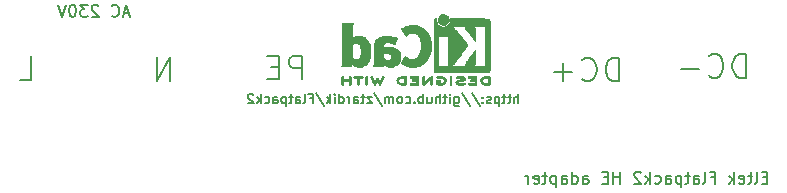
<source format=gbr>
%TF.GenerationSoftware,KiCad,Pcbnew,5.99.0-unknown-r18419-5b078893*%
%TF.CreationDate,2020-05-18T11:47:00+06:00*%
%TF.ProjectId,Flatpack,466c6174-7061-4636-9b2e-6b696361645f,rev?*%
%TF.SameCoordinates,Original*%
%TF.FileFunction,Legend,Bot*%
%TF.FilePolarity,Positive*%
%FSLAX46Y46*%
G04 Gerber Fmt 4.6, Leading zero omitted, Abs format (unit mm)*
G04 Created by KiCad (PCBNEW 5.99.0-unknown-r18419-5b078893) date 2020-05-18 11:47:00*
%MOMM*%
%LPD*%
G01*
G04 APERTURE LIST*
%ADD10C,0.150000*%
%ADD11C,0.010000*%
G04 APERTURE END LIST*
D10*
X168455336Y-108224011D02*
X168122002Y-108224011D01*
X167979145Y-108747820D02*
X168455336Y-108747820D01*
X168455336Y-107747820D01*
X167979145Y-107747820D01*
X167407717Y-108747820D02*
X167502955Y-108700201D01*
X167550574Y-108604963D01*
X167550574Y-107747820D01*
X167169621Y-108081154D02*
X166788669Y-108081154D01*
X167026764Y-107747820D02*
X167026764Y-108604963D01*
X166979145Y-108700201D01*
X166883907Y-108747820D01*
X166788669Y-108747820D01*
X166074383Y-108700201D02*
X166169621Y-108747820D01*
X166360098Y-108747820D01*
X166455336Y-108700201D01*
X166502955Y-108604963D01*
X166502955Y-108224011D01*
X166455336Y-108128773D01*
X166360098Y-108081154D01*
X166169621Y-108081154D01*
X166074383Y-108128773D01*
X166026764Y-108224011D01*
X166026764Y-108319249D01*
X166502955Y-108414487D01*
X165598193Y-108747820D02*
X165598193Y-107747820D01*
X165502955Y-108366868D02*
X165217240Y-108747820D01*
X165217240Y-108081154D02*
X165598193Y-108462106D01*
X163693431Y-108224011D02*
X164026764Y-108224011D01*
X164026764Y-108747820D02*
X164026764Y-107747820D01*
X163550574Y-107747820D01*
X163026764Y-108747820D02*
X163122002Y-108700201D01*
X163169621Y-108604963D01*
X163169621Y-107747820D01*
X162217240Y-108747820D02*
X162217240Y-108224011D01*
X162264860Y-108128773D01*
X162360098Y-108081154D01*
X162550574Y-108081154D01*
X162645812Y-108128773D01*
X162217240Y-108700201D02*
X162312479Y-108747820D01*
X162550574Y-108747820D01*
X162645812Y-108700201D01*
X162693431Y-108604963D01*
X162693431Y-108509725D01*
X162645812Y-108414487D01*
X162550574Y-108366868D01*
X162312479Y-108366868D01*
X162217240Y-108319249D01*
X161883907Y-108081154D02*
X161502955Y-108081154D01*
X161741050Y-107747820D02*
X161741050Y-108604963D01*
X161693431Y-108700201D01*
X161598193Y-108747820D01*
X161502955Y-108747820D01*
X161169621Y-108081154D02*
X161169621Y-109081154D01*
X161169621Y-108128773D02*
X161074383Y-108081154D01*
X160883907Y-108081154D01*
X160788669Y-108128773D01*
X160741050Y-108176392D01*
X160693431Y-108271630D01*
X160693431Y-108557344D01*
X160741050Y-108652582D01*
X160788669Y-108700201D01*
X160883907Y-108747820D01*
X161074383Y-108747820D01*
X161169621Y-108700201D01*
X159836288Y-108747820D02*
X159836288Y-108224011D01*
X159883907Y-108128773D01*
X159979145Y-108081154D01*
X160169621Y-108081154D01*
X160264860Y-108128773D01*
X159836288Y-108700201D02*
X159931526Y-108747820D01*
X160169621Y-108747820D01*
X160264860Y-108700201D01*
X160312479Y-108604963D01*
X160312479Y-108509725D01*
X160264860Y-108414487D01*
X160169621Y-108366868D01*
X159931526Y-108366868D01*
X159836288Y-108319249D01*
X158931526Y-108700201D02*
X159026764Y-108747820D01*
X159217240Y-108747820D01*
X159312479Y-108700201D01*
X159360098Y-108652582D01*
X159407717Y-108557344D01*
X159407717Y-108271630D01*
X159360098Y-108176392D01*
X159312479Y-108128773D01*
X159217240Y-108081154D01*
X159026764Y-108081154D01*
X158931526Y-108128773D01*
X158502955Y-108747820D02*
X158502955Y-107747820D01*
X158407717Y-108366868D02*
X158122002Y-108747820D01*
X158122002Y-108081154D02*
X158502955Y-108462106D01*
X157741050Y-107843059D02*
X157693431Y-107795440D01*
X157598193Y-107747820D01*
X157360098Y-107747820D01*
X157264860Y-107795440D01*
X157217240Y-107843059D01*
X157169621Y-107938297D01*
X157169621Y-108033535D01*
X157217240Y-108176392D01*
X157788669Y-108747820D01*
X157169621Y-108747820D01*
X155979145Y-108747820D02*
X155979145Y-107747820D01*
X155979145Y-108224011D02*
X155407717Y-108224011D01*
X155407717Y-108747820D02*
X155407717Y-107747820D01*
X154931526Y-108224011D02*
X154598193Y-108224011D01*
X154455336Y-108747820D02*
X154931526Y-108747820D01*
X154931526Y-107747820D01*
X154455336Y-107747820D01*
X152836288Y-108747820D02*
X152836288Y-108224011D01*
X152883907Y-108128773D01*
X152979145Y-108081154D01*
X153169621Y-108081154D01*
X153264860Y-108128773D01*
X152836288Y-108700201D02*
X152931526Y-108747820D01*
X153169621Y-108747820D01*
X153264860Y-108700201D01*
X153312479Y-108604963D01*
X153312479Y-108509725D01*
X153264860Y-108414487D01*
X153169621Y-108366868D01*
X152931526Y-108366868D01*
X152836288Y-108319249D01*
X151931526Y-108747820D02*
X151931526Y-107747820D01*
X151931526Y-108700201D02*
X152026764Y-108747820D01*
X152217240Y-108747820D01*
X152312479Y-108700201D01*
X152360098Y-108652582D01*
X152407717Y-108557344D01*
X152407717Y-108271630D01*
X152360098Y-108176392D01*
X152312479Y-108128773D01*
X152217240Y-108081154D01*
X152026764Y-108081154D01*
X151931526Y-108128773D01*
X151026764Y-108747820D02*
X151026764Y-108224011D01*
X151074383Y-108128773D01*
X151169621Y-108081154D01*
X151360098Y-108081154D01*
X151455336Y-108128773D01*
X151026764Y-108700201D02*
X151122002Y-108747820D01*
X151360098Y-108747820D01*
X151455336Y-108700201D01*
X151502955Y-108604963D01*
X151502955Y-108509725D01*
X151455336Y-108414487D01*
X151360098Y-108366868D01*
X151122002Y-108366868D01*
X151026764Y-108319249D01*
X150550574Y-108081154D02*
X150550574Y-109081154D01*
X150550574Y-108128773D02*
X150455336Y-108081154D01*
X150264860Y-108081154D01*
X150169621Y-108128773D01*
X150122002Y-108176392D01*
X150074383Y-108271630D01*
X150074383Y-108557344D01*
X150122002Y-108652582D01*
X150169621Y-108700201D01*
X150264860Y-108747820D01*
X150455336Y-108747820D01*
X150550574Y-108700201D01*
X149788669Y-108081154D02*
X149407717Y-108081154D01*
X149645812Y-107747820D02*
X149645812Y-108604963D01*
X149598193Y-108700201D01*
X149502955Y-108747820D01*
X149407717Y-108747820D01*
X148693431Y-108700201D02*
X148788669Y-108747820D01*
X148979145Y-108747820D01*
X149074383Y-108700201D01*
X149122002Y-108604963D01*
X149122002Y-108224011D01*
X149074383Y-108128773D01*
X148979145Y-108081154D01*
X148788669Y-108081154D01*
X148693431Y-108128773D01*
X148645812Y-108224011D01*
X148645812Y-108319249D01*
X149122002Y-108414487D01*
X148217240Y-108747820D02*
X148217240Y-108081154D01*
X148217240Y-108271630D02*
X148169621Y-108176392D01*
X148122002Y-108128773D01*
X148026764Y-108081154D01*
X147931526Y-108081154D01*
X166640164Y-99786961D02*
X166640164Y-97786961D01*
X166163974Y-97786961D01*
X165878260Y-97882200D01*
X165687783Y-98072676D01*
X165592545Y-98263152D01*
X165497307Y-98644104D01*
X165497307Y-98929819D01*
X165592545Y-99310771D01*
X165687783Y-99501247D01*
X165878260Y-99691723D01*
X166163974Y-99786961D01*
X166640164Y-99786961D01*
X163497307Y-99596485D02*
X163592545Y-99691723D01*
X163878260Y-99786961D01*
X164068736Y-99786961D01*
X164354450Y-99691723D01*
X164544926Y-99501247D01*
X164640164Y-99310771D01*
X164735402Y-98929819D01*
X164735402Y-98644104D01*
X164640164Y-98263152D01*
X164544926Y-98072676D01*
X164354450Y-97882200D01*
X164068736Y-97786961D01*
X163878260Y-97786961D01*
X163592545Y-97882200D01*
X163497307Y-97977438D01*
X162640164Y-99025057D02*
X161116355Y-99025057D01*
X155895964Y-100079061D02*
X155895964Y-98079061D01*
X155419774Y-98079061D01*
X155134060Y-98174300D01*
X154943583Y-98364776D01*
X154848345Y-98555252D01*
X154753107Y-98936204D01*
X154753107Y-99221919D01*
X154848345Y-99602871D01*
X154943583Y-99793347D01*
X155134060Y-99983823D01*
X155419774Y-100079061D01*
X155895964Y-100079061D01*
X152753107Y-99888585D02*
X152848345Y-99983823D01*
X153134060Y-100079061D01*
X153324536Y-100079061D01*
X153610250Y-99983823D01*
X153800726Y-99793347D01*
X153895964Y-99602871D01*
X153991202Y-99221919D01*
X153991202Y-98936204D01*
X153895964Y-98555252D01*
X153800726Y-98364776D01*
X153610250Y-98174300D01*
X153324536Y-98079061D01*
X153134060Y-98079061D01*
X152848345Y-98174300D01*
X152753107Y-98269538D01*
X151895964Y-99317157D02*
X150372155Y-99317157D01*
X151134060Y-100079061D02*
X151134060Y-98555252D01*
X129068651Y-99929201D02*
X129068651Y-97929201D01*
X128306746Y-97929201D01*
X128116270Y-98024440D01*
X128021032Y-98119678D01*
X127925794Y-98310154D01*
X127925794Y-98595868D01*
X128021032Y-98786344D01*
X128116270Y-98881582D01*
X128306746Y-98976820D01*
X129068651Y-98976820D01*
X127068651Y-98881582D02*
X126401984Y-98881582D01*
X126116270Y-99929201D02*
X127068651Y-99929201D01*
X127068651Y-97929201D01*
X126116270Y-97929201D01*
X116756251Y-98063798D02*
X116756251Y-100063798D01*
X117899108Y-98063798D01*
X117899108Y-100063798D01*
X105141472Y-99964761D02*
X106093853Y-99964761D01*
X106093853Y-97964761D01*
X114423770Y-94332086D02*
X113947580Y-94332086D01*
X114519008Y-94617800D02*
X114185675Y-93617800D01*
X113852341Y-94617800D01*
X112947580Y-94522562D02*
X112995199Y-94570181D01*
X113138056Y-94617800D01*
X113233294Y-94617800D01*
X113376151Y-94570181D01*
X113471389Y-94474943D01*
X113519008Y-94379705D01*
X113566627Y-94189229D01*
X113566627Y-94046372D01*
X113519008Y-93855896D01*
X113471389Y-93760658D01*
X113376151Y-93665420D01*
X113233294Y-93617800D01*
X113138056Y-93617800D01*
X112995199Y-93665420D01*
X112947580Y-93713039D01*
X111804722Y-93713039D02*
X111757103Y-93665420D01*
X111661865Y-93617800D01*
X111423770Y-93617800D01*
X111328532Y-93665420D01*
X111280913Y-93713039D01*
X111233294Y-93808277D01*
X111233294Y-93903515D01*
X111280913Y-94046372D01*
X111852341Y-94617800D01*
X111233294Y-94617800D01*
X110899960Y-93617800D02*
X110280913Y-93617800D01*
X110614246Y-93998753D01*
X110471389Y-93998753D01*
X110376151Y-94046372D01*
X110328532Y-94093991D01*
X110280913Y-94189229D01*
X110280913Y-94427324D01*
X110328532Y-94522562D01*
X110376151Y-94570181D01*
X110471389Y-94617800D01*
X110757103Y-94617800D01*
X110852341Y-94570181D01*
X110899960Y-94522562D01*
X109661865Y-93617800D02*
X109566627Y-93617800D01*
X109471389Y-93665420D01*
X109423770Y-93713039D01*
X109376151Y-93808277D01*
X109328532Y-93998753D01*
X109328532Y-94236848D01*
X109376151Y-94427324D01*
X109423770Y-94522562D01*
X109471389Y-94570181D01*
X109566627Y-94617800D01*
X109661865Y-94617800D01*
X109757103Y-94570181D01*
X109804722Y-94522562D01*
X109852341Y-94427324D01*
X109899960Y-94236848D01*
X109899960Y-93998753D01*
X109852341Y-93808277D01*
X109804722Y-93713039D01*
X109757103Y-93665420D01*
X109661865Y-93617800D01*
X109042818Y-93617800D02*
X108709484Y-94617800D01*
X108376151Y-93617800D01*
X147369371Y-101949204D02*
X147369371Y-101149204D01*
X147026514Y-101949204D02*
X147026514Y-101530157D01*
X147064609Y-101453966D01*
X147140800Y-101415871D01*
X147255085Y-101415871D01*
X147331276Y-101453966D01*
X147369371Y-101492061D01*
X146759847Y-101415871D02*
X146455085Y-101415871D01*
X146645561Y-101149204D02*
X146645561Y-101834919D01*
X146607466Y-101911109D01*
X146531276Y-101949204D01*
X146455085Y-101949204D01*
X146302704Y-101415871D02*
X145997942Y-101415871D01*
X146188419Y-101149204D02*
X146188419Y-101834919D01*
X146150323Y-101911109D01*
X146074133Y-101949204D01*
X145997942Y-101949204D01*
X145731276Y-101415871D02*
X145731276Y-102215871D01*
X145731276Y-101453966D02*
X145655085Y-101415871D01*
X145502704Y-101415871D01*
X145426514Y-101453966D01*
X145388419Y-101492061D01*
X145350323Y-101568252D01*
X145350323Y-101796823D01*
X145388419Y-101873014D01*
X145426514Y-101911109D01*
X145502704Y-101949204D01*
X145655085Y-101949204D01*
X145731276Y-101911109D01*
X145045561Y-101911109D02*
X144969371Y-101949204D01*
X144816990Y-101949204D01*
X144740800Y-101911109D01*
X144702704Y-101834919D01*
X144702704Y-101796823D01*
X144740800Y-101720633D01*
X144816990Y-101682538D01*
X144931276Y-101682538D01*
X145007466Y-101644442D01*
X145045561Y-101568252D01*
X145045561Y-101530157D01*
X145007466Y-101453966D01*
X144931276Y-101415871D01*
X144816990Y-101415871D01*
X144740800Y-101453966D01*
X144359847Y-101873014D02*
X144321752Y-101911109D01*
X144359847Y-101949204D01*
X144397942Y-101911109D01*
X144359847Y-101873014D01*
X144359847Y-101949204D01*
X144359847Y-101453966D02*
X144321752Y-101492061D01*
X144359847Y-101530157D01*
X144397942Y-101492061D01*
X144359847Y-101453966D01*
X144359847Y-101530157D01*
X143407466Y-101111109D02*
X144093180Y-102139680D01*
X142569371Y-101111109D02*
X143255085Y-102139680D01*
X141959847Y-101415871D02*
X141959847Y-102063490D01*
X141997942Y-102139680D01*
X142036038Y-102177776D01*
X142112228Y-102215871D01*
X142226514Y-102215871D01*
X142302704Y-102177776D01*
X141959847Y-101911109D02*
X142036038Y-101949204D01*
X142188419Y-101949204D01*
X142264609Y-101911109D01*
X142302704Y-101873014D01*
X142340800Y-101796823D01*
X142340800Y-101568252D01*
X142302704Y-101492061D01*
X142264609Y-101453966D01*
X142188419Y-101415871D01*
X142036038Y-101415871D01*
X141959847Y-101453966D01*
X141578895Y-101949204D02*
X141578895Y-101415871D01*
X141578895Y-101149204D02*
X141616990Y-101187300D01*
X141578895Y-101225395D01*
X141540800Y-101187300D01*
X141578895Y-101149204D01*
X141578895Y-101225395D01*
X141312228Y-101415871D02*
X141007466Y-101415871D01*
X141197942Y-101149204D02*
X141197942Y-101834919D01*
X141159847Y-101911109D01*
X141083657Y-101949204D01*
X141007466Y-101949204D01*
X140740800Y-101949204D02*
X140740800Y-101149204D01*
X140397942Y-101949204D02*
X140397942Y-101530157D01*
X140436038Y-101453966D01*
X140512228Y-101415871D01*
X140626514Y-101415871D01*
X140702704Y-101453966D01*
X140740800Y-101492061D01*
X139674133Y-101415871D02*
X139674133Y-101949204D01*
X140016990Y-101415871D02*
X140016990Y-101834919D01*
X139978895Y-101911109D01*
X139902704Y-101949204D01*
X139788419Y-101949204D01*
X139712228Y-101911109D01*
X139674133Y-101873014D01*
X139293180Y-101949204D02*
X139293180Y-101149204D01*
X139293180Y-101453966D02*
X139216990Y-101415871D01*
X139064609Y-101415871D01*
X138988419Y-101453966D01*
X138950323Y-101492061D01*
X138912228Y-101568252D01*
X138912228Y-101796823D01*
X138950323Y-101873014D01*
X138988419Y-101911109D01*
X139064609Y-101949204D01*
X139216990Y-101949204D01*
X139293180Y-101911109D01*
X138569371Y-101873014D02*
X138531276Y-101911109D01*
X138569371Y-101949204D01*
X138607466Y-101911109D01*
X138569371Y-101873014D01*
X138569371Y-101949204D01*
X137845561Y-101911109D02*
X137921752Y-101949204D01*
X138074133Y-101949204D01*
X138150323Y-101911109D01*
X138188419Y-101873014D01*
X138226514Y-101796823D01*
X138226514Y-101568252D01*
X138188419Y-101492061D01*
X138150323Y-101453966D01*
X138074133Y-101415871D01*
X137921752Y-101415871D01*
X137845561Y-101453966D01*
X137388419Y-101949204D02*
X137464609Y-101911109D01*
X137502704Y-101873014D01*
X137540800Y-101796823D01*
X137540800Y-101568252D01*
X137502704Y-101492061D01*
X137464609Y-101453966D01*
X137388419Y-101415871D01*
X137274133Y-101415871D01*
X137197942Y-101453966D01*
X137159847Y-101492061D01*
X137121752Y-101568252D01*
X137121752Y-101796823D01*
X137159847Y-101873014D01*
X137197942Y-101911109D01*
X137274133Y-101949204D01*
X137388419Y-101949204D01*
X136778895Y-101949204D02*
X136778895Y-101415871D01*
X136778895Y-101492061D02*
X136740800Y-101453966D01*
X136664609Y-101415871D01*
X136550323Y-101415871D01*
X136474133Y-101453966D01*
X136436038Y-101530157D01*
X136436038Y-101949204D01*
X136436038Y-101530157D02*
X136397942Y-101453966D01*
X136321752Y-101415871D01*
X136207466Y-101415871D01*
X136131276Y-101453966D01*
X136093180Y-101530157D01*
X136093180Y-101949204D01*
X135140800Y-101111109D02*
X135826514Y-102139680D01*
X134950323Y-101415871D02*
X134531276Y-101415871D01*
X134950323Y-101949204D01*
X134531276Y-101949204D01*
X134340800Y-101415871D02*
X134036038Y-101415871D01*
X134226514Y-101149204D02*
X134226514Y-101834919D01*
X134188419Y-101911109D01*
X134112228Y-101949204D01*
X134036038Y-101949204D01*
X133426514Y-101949204D02*
X133426514Y-101530157D01*
X133464609Y-101453966D01*
X133540800Y-101415871D01*
X133693180Y-101415871D01*
X133769371Y-101453966D01*
X133426514Y-101911109D02*
X133502704Y-101949204D01*
X133693180Y-101949204D01*
X133769371Y-101911109D01*
X133807466Y-101834919D01*
X133807466Y-101758728D01*
X133769371Y-101682538D01*
X133693180Y-101644442D01*
X133502704Y-101644442D01*
X133426514Y-101606347D01*
X133045561Y-101949204D02*
X133045561Y-101415871D01*
X133045561Y-101568252D02*
X133007466Y-101492061D01*
X132969371Y-101453966D01*
X132893180Y-101415871D01*
X132816990Y-101415871D01*
X132207466Y-101949204D02*
X132207466Y-101149204D01*
X132207466Y-101911109D02*
X132283657Y-101949204D01*
X132436038Y-101949204D01*
X132512228Y-101911109D01*
X132550323Y-101873014D01*
X132588419Y-101796823D01*
X132588419Y-101568252D01*
X132550323Y-101492061D01*
X132512228Y-101453966D01*
X132436038Y-101415871D01*
X132283657Y-101415871D01*
X132207466Y-101453966D01*
X131826514Y-101949204D02*
X131826514Y-101415871D01*
X131826514Y-101149204D02*
X131864609Y-101187300D01*
X131826514Y-101225395D01*
X131788419Y-101187300D01*
X131826514Y-101149204D01*
X131826514Y-101225395D01*
X131445561Y-101949204D02*
X131445561Y-101149204D01*
X131369371Y-101644442D02*
X131140800Y-101949204D01*
X131140800Y-101415871D02*
X131445561Y-101720633D01*
X130226514Y-101111109D02*
X130912228Y-102139680D01*
X129693180Y-101530157D02*
X129959847Y-101530157D01*
X129959847Y-101949204D02*
X129959847Y-101149204D01*
X129578895Y-101149204D01*
X129159847Y-101949204D02*
X129236038Y-101911109D01*
X129274133Y-101834919D01*
X129274133Y-101149204D01*
X128512228Y-101949204D02*
X128512228Y-101530157D01*
X128550323Y-101453966D01*
X128626514Y-101415871D01*
X128778895Y-101415871D01*
X128855085Y-101453966D01*
X128512228Y-101911109D02*
X128588419Y-101949204D01*
X128778895Y-101949204D01*
X128855085Y-101911109D01*
X128893180Y-101834919D01*
X128893180Y-101758728D01*
X128855085Y-101682538D01*
X128778895Y-101644442D01*
X128588419Y-101644442D01*
X128512228Y-101606347D01*
X128245561Y-101415871D02*
X127940800Y-101415871D01*
X128131276Y-101149204D02*
X128131276Y-101834919D01*
X128093180Y-101911109D01*
X128016990Y-101949204D01*
X127940800Y-101949204D01*
X127674133Y-101415871D02*
X127674133Y-102215871D01*
X127674133Y-101453966D02*
X127597942Y-101415871D01*
X127445561Y-101415871D01*
X127369371Y-101453966D01*
X127331276Y-101492061D01*
X127293180Y-101568252D01*
X127293180Y-101796823D01*
X127331276Y-101873014D01*
X127369371Y-101911109D01*
X127445561Y-101949204D01*
X127597942Y-101949204D01*
X127674133Y-101911109D01*
X126607466Y-101949204D02*
X126607466Y-101530157D01*
X126645561Y-101453966D01*
X126721752Y-101415871D01*
X126874133Y-101415871D01*
X126950323Y-101453966D01*
X126607466Y-101911109D02*
X126683657Y-101949204D01*
X126874133Y-101949204D01*
X126950323Y-101911109D01*
X126988419Y-101834919D01*
X126988419Y-101758728D01*
X126950323Y-101682538D01*
X126874133Y-101644442D01*
X126683657Y-101644442D01*
X126607466Y-101606347D01*
X125883657Y-101911109D02*
X125959847Y-101949204D01*
X126112228Y-101949204D01*
X126188419Y-101911109D01*
X126226514Y-101873014D01*
X126264609Y-101796823D01*
X126264609Y-101568252D01*
X126226514Y-101492061D01*
X126188419Y-101453966D01*
X126112228Y-101415871D01*
X125959847Y-101415871D01*
X125883657Y-101453966D01*
X125540800Y-101949204D02*
X125540800Y-101149204D01*
X125464609Y-101644442D02*
X125236038Y-101949204D01*
X125236038Y-101415871D02*
X125540800Y-101720633D01*
X124931276Y-101225395D02*
X124893180Y-101187300D01*
X124816990Y-101149204D01*
X124626514Y-101149204D01*
X124550323Y-101187300D01*
X124512228Y-101225395D01*
X124474133Y-101301585D01*
X124474133Y-101377776D01*
X124512228Y-101492061D01*
X124969371Y-101949204D01*
X124474133Y-101949204D01*
%TO.C,REF\u002A\u002A*%
G36*
X133135794Y-99670165D02*
G01*
X133141426Y-99676355D01*
X133146516Y-99684561D01*
X133150603Y-99696337D01*
X133153781Y-99713796D01*
X133156147Y-99739050D01*
X133157798Y-99774210D01*
X133158829Y-99821389D01*
X133159337Y-99882697D01*
X133159419Y-99960247D01*
X133159169Y-100056151D01*
X133158685Y-100172520D01*
X133158617Y-100186695D01*
X133158031Y-100248457D01*
X133156708Y-100292140D01*
X133154163Y-100321521D01*
X133149908Y-100340375D01*
X133143456Y-100352479D01*
X133134322Y-100361609D01*
X133100864Y-100379026D01*
X133065916Y-100376124D01*
X133035013Y-100351620D01*
X133026004Y-100338417D01*
X133018552Y-100319881D01*
X133014184Y-100293853D01*
X133012129Y-100255307D01*
X133011616Y-100199220D01*
X133011616Y-100076565D01*
X132514905Y-100076565D01*
X132514905Y-100211391D01*
X132514832Y-100247182D01*
X132514069Y-100293512D01*
X132511893Y-100324046D01*
X132507596Y-100343077D01*
X132500472Y-100354894D01*
X132489815Y-100363791D01*
X132457564Y-100378861D01*
X132422277Y-100376193D01*
X132391546Y-100351620D01*
X132386891Y-100345365D01*
X132380955Y-100334841D01*
X132376424Y-100320911D01*
X132373108Y-100300837D01*
X132370819Y-100271880D01*
X132369368Y-100231300D01*
X132368565Y-100176360D01*
X132368222Y-100104319D01*
X132368149Y-100012440D01*
X132368149Y-99703005D01*
X132395858Y-99675296D01*
X132427237Y-99653053D01*
X132460466Y-99650364D01*
X132492327Y-99670165D01*
X132500613Y-99679935D01*
X132508025Y-99695827D01*
X132512362Y-99719795D01*
X132514398Y-99756668D01*
X132514905Y-99811276D01*
X132514905Y-99929809D01*
X133011616Y-99929809D01*
X133011616Y-99814296D01*
X133012054Y-99762598D01*
X133014018Y-99728074D01*
X133018534Y-99705498D01*
X133026627Y-99689646D01*
X133039325Y-99675296D01*
X133070703Y-99653053D01*
X133103932Y-99650364D01*
X133135794Y-99670165D01*
G37*
D11*
X133135794Y-99670165D02*
X133141426Y-99676355D01*
X133146516Y-99684561D01*
X133150603Y-99696337D01*
X133153781Y-99713796D01*
X133156147Y-99739050D01*
X133157798Y-99774210D01*
X133158829Y-99821389D01*
X133159337Y-99882697D01*
X133159419Y-99960247D01*
X133159169Y-100056151D01*
X133158685Y-100172520D01*
X133158617Y-100186695D01*
X133158031Y-100248457D01*
X133156708Y-100292140D01*
X133154163Y-100321521D01*
X133149908Y-100340375D01*
X133143456Y-100352479D01*
X133134322Y-100361609D01*
X133100864Y-100379026D01*
X133065916Y-100376124D01*
X133035013Y-100351620D01*
X133026004Y-100338417D01*
X133018552Y-100319881D01*
X133014184Y-100293853D01*
X133012129Y-100255307D01*
X133011616Y-100199220D01*
X133011616Y-100076565D01*
X132514905Y-100076565D01*
X132514905Y-100211391D01*
X132514832Y-100247182D01*
X132514069Y-100293512D01*
X132511893Y-100324046D01*
X132507596Y-100343077D01*
X132500472Y-100354894D01*
X132489815Y-100363791D01*
X132457564Y-100378861D01*
X132422277Y-100376193D01*
X132391546Y-100351620D01*
X132386891Y-100345365D01*
X132380955Y-100334841D01*
X132376424Y-100320911D01*
X132373108Y-100300837D01*
X132370819Y-100271880D01*
X132369368Y-100231300D01*
X132368565Y-100176360D01*
X132368222Y-100104319D01*
X132368149Y-100012440D01*
X132368149Y-99703005D01*
X132395858Y-99675296D01*
X132427237Y-99653053D01*
X132460466Y-99650364D01*
X132492327Y-99670165D01*
X132500613Y-99679935D01*
X132508025Y-99695827D01*
X132512362Y-99719795D01*
X132514398Y-99756668D01*
X132514905Y-99811276D01*
X132514905Y-99929809D01*
X133011616Y-99929809D01*
X133011616Y-99814296D01*
X133012054Y-99762598D01*
X133014018Y-99728074D01*
X133018534Y-99705498D01*
X133026627Y-99689646D01*
X133039325Y-99675296D01*
X133070703Y-99653053D01*
X133103932Y-99650364D01*
X133135794Y-99670165D01*
G36*
X133811827Y-99647588D02*
G01*
X133905950Y-99647678D01*
X133980465Y-99648018D01*
X134037871Y-99648759D01*
X134080671Y-99650055D01*
X134111364Y-99652057D01*
X134132451Y-99654916D01*
X134146433Y-99658786D01*
X134155810Y-99663818D01*
X134163082Y-99670165D01*
X134181888Y-99702882D01*
X134183335Y-99740459D01*
X134166977Y-99773698D01*
X134165617Y-99775151D01*
X134154414Y-99783512D01*
X134137312Y-99789067D01*
X134110142Y-99792360D01*
X134068738Y-99793938D01*
X134008933Y-99794342D01*
X133869571Y-99794342D01*
X133869571Y-100058109D01*
X133869496Y-100133937D01*
X133869088Y-100200603D01*
X133868106Y-100250387D01*
X133866310Y-100286304D01*
X133863459Y-100311370D01*
X133859313Y-100328601D01*
X133853631Y-100341012D01*
X133846174Y-100351620D01*
X133843884Y-100354426D01*
X133812706Y-100377068D01*
X133778326Y-100378632D01*
X133745394Y-100358787D01*
X133738415Y-100350711D01*
X133732943Y-100340113D01*
X133728923Y-100324269D01*
X133726132Y-100300293D01*
X133724348Y-100265294D01*
X133723349Y-100216384D01*
X133722912Y-100150674D01*
X133722816Y-100065276D01*
X133722816Y-99794342D01*
X133576880Y-99794342D01*
X133565780Y-99794341D01*
X133509262Y-99794116D01*
X133470418Y-99792977D01*
X133445025Y-99790177D01*
X133428864Y-99784970D01*
X133417712Y-99776609D01*
X133407349Y-99764346D01*
X133391501Y-99733658D01*
X133394603Y-99699878D01*
X133420247Y-99667342D01*
X133425189Y-99663625D01*
X133435398Y-99658789D01*
X133450824Y-99655026D01*
X133473946Y-99652203D01*
X133507243Y-99650190D01*
X133553197Y-99648853D01*
X133614288Y-99648062D01*
X133692995Y-99647683D01*
X133791800Y-99647587D01*
X133811827Y-99647588D01*
G37*
X133811827Y-99647588D02*
X133905950Y-99647678D01*
X133980465Y-99648018D01*
X134037871Y-99648759D01*
X134080671Y-99650055D01*
X134111364Y-99652057D01*
X134132451Y-99654916D01*
X134146433Y-99658786D01*
X134155810Y-99663818D01*
X134163082Y-99670165D01*
X134181888Y-99702882D01*
X134183335Y-99740459D01*
X134166977Y-99773698D01*
X134165617Y-99775151D01*
X134154414Y-99783512D01*
X134137312Y-99789067D01*
X134110142Y-99792360D01*
X134068738Y-99793938D01*
X134008933Y-99794342D01*
X133869571Y-99794342D01*
X133869571Y-100058109D01*
X133869496Y-100133937D01*
X133869088Y-100200603D01*
X133868106Y-100250387D01*
X133866310Y-100286304D01*
X133863459Y-100311370D01*
X133859313Y-100328601D01*
X133853631Y-100341012D01*
X133846174Y-100351620D01*
X133843884Y-100354426D01*
X133812706Y-100377068D01*
X133778326Y-100378632D01*
X133745394Y-100358787D01*
X133738415Y-100350711D01*
X133732943Y-100340113D01*
X133728923Y-100324269D01*
X133726132Y-100300293D01*
X133724348Y-100265294D01*
X133723349Y-100216384D01*
X133722912Y-100150674D01*
X133722816Y-100065276D01*
X133722816Y-99794342D01*
X133576880Y-99794342D01*
X133565780Y-99794341D01*
X133509262Y-99794116D01*
X133470418Y-99792977D01*
X133445025Y-99790177D01*
X133428864Y-99784970D01*
X133417712Y-99776609D01*
X133407349Y-99764346D01*
X133391501Y-99733658D01*
X133394603Y-99699878D01*
X133420247Y-99667342D01*
X133425189Y-99663625D01*
X133435398Y-99658789D01*
X133450824Y-99655026D01*
X133473946Y-99652203D01*
X133507243Y-99650190D01*
X133553197Y-99648853D01*
X133614288Y-99648062D01*
X133692995Y-99647683D01*
X133791800Y-99647587D01*
X133811827Y-99647588D01*
G36*
X134511466Y-99653469D02*
G01*
X134537187Y-99669167D01*
X134563838Y-99690747D01*
X134563838Y-100338204D01*
X134537187Y-100359784D01*
X134505827Y-100377259D01*
X134470026Y-100378095D01*
X134438588Y-100357602D01*
X134434712Y-100352936D01*
X134429246Y-100343469D01*
X134425039Y-100329787D01*
X134421927Y-100309268D01*
X134419747Y-100279288D01*
X134418336Y-100237224D01*
X134417531Y-100180452D01*
X134417167Y-100106350D01*
X134417082Y-100012293D01*
X134417082Y-99690747D01*
X134443733Y-99669167D01*
X134467446Y-99654397D01*
X134490460Y-99647587D01*
X134511466Y-99653469D01*
G37*
X134511466Y-99653469D02*
X134537187Y-99669167D01*
X134563838Y-99690747D01*
X134563838Y-100338204D01*
X134537187Y-100359784D01*
X134505827Y-100377259D01*
X134470026Y-100378095D01*
X134438588Y-100357602D01*
X134434712Y-100352936D01*
X134429246Y-100343469D01*
X134425039Y-100329787D01*
X134421927Y-100309268D01*
X134419747Y-100279288D01*
X134418336Y-100237224D01*
X134417531Y-100180452D01*
X134417167Y-100106350D01*
X134417082Y-100012293D01*
X134417082Y-99690747D01*
X134443733Y-99669167D01*
X134467446Y-99654397D01*
X134490460Y-99647587D01*
X134511466Y-99653469D01*
G36*
X134945762Y-99656998D02*
G01*
X134963723Y-99675509D01*
X134984323Y-99706591D01*
X135009155Y-99752276D01*
X135039810Y-99814598D01*
X135077880Y-99895591D01*
X135092514Y-99926974D01*
X135122263Y-99990158D01*
X135148357Y-100044764D01*
X135169352Y-100087810D01*
X135183799Y-100116313D01*
X135190251Y-100127290D01*
X135191610Y-100126709D01*
X135201602Y-100112762D01*
X135218893Y-100083224D01*
X135241490Y-100041607D01*
X135267398Y-99991423D01*
X135283371Y-99959934D01*
X135312321Y-99904581D01*
X135334809Y-99865564D01*
X135353025Y-99840086D01*
X135369156Y-99825351D01*
X135385390Y-99818562D01*
X135403917Y-99816920D01*
X135414420Y-99817395D01*
X135430536Y-99821602D01*
X135445850Y-99832466D01*
X135462448Y-99852739D01*
X135482417Y-99885174D01*
X135507843Y-99932524D01*
X135540812Y-99997542D01*
X135550545Y-100016797D01*
X135575003Y-100063466D01*
X135595238Y-100099629D01*
X135609371Y-100122017D01*
X135615520Y-100127365D01*
X135616887Y-100124093D01*
X135626262Y-100103184D01*
X135643122Y-100066245D01*
X135666039Y-100016394D01*
X135693580Y-99956746D01*
X135724315Y-99890418D01*
X135751030Y-99833197D01*
X135780653Y-99771208D01*
X135803724Y-99725469D01*
X135821703Y-99693428D01*
X135836050Y-99672534D01*
X135848226Y-99660238D01*
X135859692Y-99653986D01*
X135869102Y-99651094D01*
X135894207Y-99650945D01*
X135921350Y-99666288D01*
X135922650Y-99667273D01*
X135944734Y-99689908D01*
X135955783Y-99712133D01*
X135955829Y-99712773D01*
X135951288Y-99730435D01*
X135938424Y-99765001D01*
X135918665Y-99813346D01*
X135893441Y-99872345D01*
X135864179Y-99938875D01*
X135832310Y-100009811D01*
X135799261Y-100082027D01*
X135766461Y-100152400D01*
X135735340Y-100217805D01*
X135707325Y-100275117D01*
X135683846Y-100321212D01*
X135666332Y-100352966D01*
X135656211Y-100367253D01*
X135621803Y-100380622D01*
X135580106Y-100374261D01*
X135574741Y-100369564D01*
X135558912Y-100347413D01*
X135536710Y-100310652D01*
X135510293Y-100262935D01*
X135481820Y-100207913D01*
X135402046Y-100048670D01*
X135328859Y-100195262D01*
X135319163Y-100214552D01*
X135292185Y-100266900D01*
X135268156Y-100311690D01*
X135249392Y-100344674D01*
X135238206Y-100361609D01*
X135237060Y-100362852D01*
X135208939Y-100378139D01*
X135173877Y-100379822D01*
X135142836Y-100367253D01*
X135140410Y-100364404D01*
X135128150Y-100343779D01*
X135108412Y-100306228D01*
X135082508Y-100254400D01*
X135051745Y-100190943D01*
X135017435Y-100118505D01*
X134980885Y-100039736D01*
X134960645Y-99995613D01*
X134923872Y-99914885D01*
X134895415Y-99851207D01*
X134874391Y-99802272D01*
X134859914Y-99765777D01*
X134851099Y-99739415D01*
X134847064Y-99720881D01*
X134846922Y-99707872D01*
X134849790Y-99698081D01*
X134864447Y-99677198D01*
X134891050Y-99656897D01*
X134891805Y-99656555D01*
X134911395Y-99649554D01*
X134928850Y-99649024D01*
X134945762Y-99656998D01*
G37*
X134945762Y-99656998D02*
X134963723Y-99675509D01*
X134984323Y-99706591D01*
X135009155Y-99752276D01*
X135039810Y-99814598D01*
X135077880Y-99895591D01*
X135092514Y-99926974D01*
X135122263Y-99990158D01*
X135148357Y-100044764D01*
X135169352Y-100087810D01*
X135183799Y-100116313D01*
X135190251Y-100127290D01*
X135191610Y-100126709D01*
X135201602Y-100112762D01*
X135218893Y-100083224D01*
X135241490Y-100041607D01*
X135267398Y-99991423D01*
X135283371Y-99959934D01*
X135312321Y-99904581D01*
X135334809Y-99865564D01*
X135353025Y-99840086D01*
X135369156Y-99825351D01*
X135385390Y-99818562D01*
X135403917Y-99816920D01*
X135414420Y-99817395D01*
X135430536Y-99821602D01*
X135445850Y-99832466D01*
X135462448Y-99852739D01*
X135482417Y-99885174D01*
X135507843Y-99932524D01*
X135540812Y-99997542D01*
X135550545Y-100016797D01*
X135575003Y-100063466D01*
X135595238Y-100099629D01*
X135609371Y-100122017D01*
X135615520Y-100127365D01*
X135616887Y-100124093D01*
X135626262Y-100103184D01*
X135643122Y-100066245D01*
X135666039Y-100016394D01*
X135693580Y-99956746D01*
X135724315Y-99890418D01*
X135751030Y-99833197D01*
X135780653Y-99771208D01*
X135803724Y-99725469D01*
X135821703Y-99693428D01*
X135836050Y-99672534D01*
X135848226Y-99660238D01*
X135859692Y-99653986D01*
X135869102Y-99651094D01*
X135894207Y-99650945D01*
X135921350Y-99666288D01*
X135922650Y-99667273D01*
X135944734Y-99689908D01*
X135955783Y-99712133D01*
X135955829Y-99712773D01*
X135951288Y-99730435D01*
X135938424Y-99765001D01*
X135918665Y-99813346D01*
X135893441Y-99872345D01*
X135864179Y-99938875D01*
X135832310Y-100009811D01*
X135799261Y-100082027D01*
X135766461Y-100152400D01*
X135735340Y-100217805D01*
X135707325Y-100275117D01*
X135683846Y-100321212D01*
X135666332Y-100352966D01*
X135656211Y-100367253D01*
X135621803Y-100380622D01*
X135580106Y-100374261D01*
X135574741Y-100369564D01*
X135558912Y-100347413D01*
X135536710Y-100310652D01*
X135510293Y-100262935D01*
X135481820Y-100207913D01*
X135402046Y-100048670D01*
X135328859Y-100195262D01*
X135319163Y-100214552D01*
X135292185Y-100266900D01*
X135268156Y-100311690D01*
X135249392Y-100344674D01*
X135238206Y-100361609D01*
X135237060Y-100362852D01*
X135208939Y-100378139D01*
X135173877Y-100379822D01*
X135142836Y-100367253D01*
X135140410Y-100364404D01*
X135128150Y-100343779D01*
X135108412Y-100306228D01*
X135082508Y-100254400D01*
X135051745Y-100190943D01*
X135017435Y-100118505D01*
X134980885Y-100039736D01*
X134960645Y-99995613D01*
X134923872Y-99914885D01*
X134895415Y-99851207D01*
X134874391Y-99802272D01*
X134859914Y-99765777D01*
X134851099Y-99739415D01*
X134847064Y-99720881D01*
X134846922Y-99707872D01*
X134849790Y-99698081D01*
X134864447Y-99677198D01*
X134891050Y-99656897D01*
X134891805Y-99656555D01*
X134911395Y-99649554D01*
X134928850Y-99649024D01*
X134945762Y-99656998D01*
G36*
X137839223Y-100291695D02*
G01*
X137836295Y-100314615D01*
X137832218Y-100330417D01*
X137826803Y-100341839D01*
X137819863Y-100351620D01*
X137796466Y-100381365D01*
X137630774Y-100380771D01*
X137595978Y-100380473D01*
X137497495Y-100377042D01*
X137416533Y-100369359D01*
X137349439Y-100356802D01*
X137292556Y-100338747D01*
X137242229Y-100314572D01*
X137238870Y-100312655D01*
X137181058Y-100275937D01*
X137138704Y-100238971D01*
X137105888Y-100195486D01*
X137076688Y-100139209D01*
X137072406Y-100129593D01*
X137049829Y-100066407D01*
X137044094Y-100020853D01*
X137193339Y-100020853D01*
X137198952Y-100045581D01*
X137204678Y-100061459D01*
X137237608Y-100121367D01*
X137284946Y-100167120D01*
X137348712Y-100200256D01*
X137430921Y-100222310D01*
X137433715Y-100222812D01*
X137480000Y-100228775D01*
X137536396Y-100233003D01*
X137591334Y-100234609D01*
X137685216Y-100234609D01*
X137685216Y-99794342D01*
X137597727Y-99794790D01*
X137530807Y-99797266D01*
X137438409Y-99808518D01*
X137359094Y-99828057D01*
X137297120Y-99855031D01*
X137266180Y-99875760D01*
X137238060Y-99905526D01*
X137214720Y-99947954D01*
X137207593Y-99963920D01*
X137195769Y-99996422D01*
X137193339Y-100020853D01*
X137044094Y-100020853D01*
X137042857Y-100011029D01*
X137051459Y-99956003D01*
X137075601Y-99893871D01*
X137076397Y-99892178D01*
X137116848Y-99822756D01*
X137167533Y-99766158D01*
X137230258Y-99721590D01*
X137306834Y-99688261D01*
X137399069Y-99665381D01*
X137508772Y-99652156D01*
X137637751Y-99647795D01*
X137641323Y-99647790D01*
X137701343Y-99647930D01*
X137743274Y-99648966D01*
X137771388Y-99651560D01*
X137789957Y-99656373D01*
X137803254Y-99664064D01*
X137815551Y-99675296D01*
X137843260Y-99703005D01*
X137843260Y-100012440D01*
X137843235Y-100074046D01*
X137843010Y-100152831D01*
X137842392Y-100213541D01*
X137841835Y-100234609D01*
X137841193Y-100258916D01*
X137839223Y-100291695D01*
G37*
X137839223Y-100291695D02*
X137836295Y-100314615D01*
X137832218Y-100330417D01*
X137826803Y-100341839D01*
X137819863Y-100351620D01*
X137796466Y-100381365D01*
X137630774Y-100380771D01*
X137595978Y-100380473D01*
X137497495Y-100377042D01*
X137416533Y-100369359D01*
X137349439Y-100356802D01*
X137292556Y-100338747D01*
X137242229Y-100314572D01*
X137238870Y-100312655D01*
X137181058Y-100275937D01*
X137138704Y-100238971D01*
X137105888Y-100195486D01*
X137076688Y-100139209D01*
X137072406Y-100129593D01*
X137049829Y-100066407D01*
X137044094Y-100020853D01*
X137193339Y-100020853D01*
X137198952Y-100045581D01*
X137204678Y-100061459D01*
X137237608Y-100121367D01*
X137284946Y-100167120D01*
X137348712Y-100200256D01*
X137430921Y-100222310D01*
X137433715Y-100222812D01*
X137480000Y-100228775D01*
X137536396Y-100233003D01*
X137591334Y-100234609D01*
X137685216Y-100234609D01*
X137685216Y-99794342D01*
X137597727Y-99794790D01*
X137530807Y-99797266D01*
X137438409Y-99808518D01*
X137359094Y-99828057D01*
X137297120Y-99855031D01*
X137266180Y-99875760D01*
X137238060Y-99905526D01*
X137214720Y-99947954D01*
X137207593Y-99963920D01*
X137195769Y-99996422D01*
X137193339Y-100020853D01*
X137044094Y-100020853D01*
X137042857Y-100011029D01*
X137051459Y-99956003D01*
X137075601Y-99893871D01*
X137076397Y-99892178D01*
X137116848Y-99822756D01*
X137167533Y-99766158D01*
X137230258Y-99721590D01*
X137306834Y-99688261D01*
X137399069Y-99665381D01*
X137508772Y-99652156D01*
X137637751Y-99647795D01*
X137641323Y-99647790D01*
X137701343Y-99647930D01*
X137743274Y-99648966D01*
X137771388Y-99651560D01*
X137789957Y-99656373D01*
X137803254Y-99664064D01*
X137815551Y-99675296D01*
X137843260Y-99703005D01*
X137843260Y-100012440D01*
X137843235Y-100074046D01*
X137843010Y-100152831D01*
X137842392Y-100213541D01*
X137841835Y-100234609D01*
X137841193Y-100258916D01*
X137839223Y-100291695D01*
G36*
X138835863Y-99677331D02*
G01*
X138840812Y-99684015D01*
X138846656Y-99694586D01*
X138851117Y-99708673D01*
X138854381Y-99728998D01*
X138856634Y-99758285D01*
X138858062Y-99799257D01*
X138858852Y-99854637D01*
X138859189Y-99927148D01*
X138859260Y-100019514D01*
X138859231Y-100085431D01*
X138858999Y-100163748D01*
X138858379Y-100224016D01*
X138857186Y-100268913D01*
X138855239Y-100301122D01*
X138852354Y-100323320D01*
X138848348Y-100338189D01*
X138843039Y-100348409D01*
X138836243Y-100356658D01*
X138831728Y-100361315D01*
X138823498Y-100367802D01*
X138812138Y-100372714D01*
X138794870Y-100376269D01*
X138768915Y-100378687D01*
X138731496Y-100380187D01*
X138679833Y-100380987D01*
X138611149Y-100381307D01*
X138522666Y-100381365D01*
X138502991Y-100381358D01*
X138415966Y-100381092D01*
X138348314Y-100380326D01*
X138297359Y-100378912D01*
X138260427Y-100376700D01*
X138234843Y-100373542D01*
X138217931Y-100369289D01*
X138207017Y-100363791D01*
X138196524Y-100353805D01*
X138183263Y-100322688D01*
X138184446Y-100286800D01*
X138200610Y-100255253D01*
X138202799Y-100252977D01*
X138211487Y-100246709D01*
X138224829Y-100242043D01*
X138245812Y-100238747D01*
X138277423Y-100236588D01*
X138322650Y-100235334D01*
X138384480Y-100234751D01*
X138465899Y-100234609D01*
X138712505Y-100234609D01*
X138712505Y-100076565D01*
X138550066Y-100076565D01*
X138514398Y-100076484D01*
X138458628Y-100075687D01*
X138419490Y-100073682D01*
X138393036Y-100070041D01*
X138375319Y-100064332D01*
X138362389Y-100056127D01*
X138358746Y-100052943D01*
X138340338Y-100021968D01*
X138339704Y-99985632D01*
X138357243Y-99952013D01*
X138357305Y-99951944D01*
X138366976Y-99943318D01*
X138380269Y-99937262D01*
X138400977Y-99933331D01*
X138432888Y-99931076D01*
X138479794Y-99930051D01*
X138545484Y-99929809D01*
X138713631Y-99929809D01*
X138710246Y-99864898D01*
X138706860Y-99799987D01*
X138464783Y-99796934D01*
X138439767Y-99796606D01*
X138358147Y-99795126D01*
X138295828Y-99792742D01*
X138250214Y-99788747D01*
X138218712Y-99782433D01*
X138198727Y-99773094D01*
X138187664Y-99760023D01*
X138182929Y-99742512D01*
X138181927Y-99719855D01*
X138181933Y-99717490D01*
X138183087Y-99697459D01*
X138187884Y-99681666D01*
X138198692Y-99669610D01*
X138217877Y-99660787D01*
X138247805Y-99654695D01*
X138290843Y-99650831D01*
X138349359Y-99648694D01*
X138425717Y-99647780D01*
X138522286Y-99647587D01*
X138812466Y-99647587D01*
X138835863Y-99677331D01*
G37*
X138835863Y-99677331D02*
X138840812Y-99684015D01*
X138846656Y-99694586D01*
X138851117Y-99708673D01*
X138854381Y-99728998D01*
X138856634Y-99758285D01*
X138858062Y-99799257D01*
X138858852Y-99854637D01*
X138859189Y-99927148D01*
X138859260Y-100019514D01*
X138859231Y-100085431D01*
X138858999Y-100163748D01*
X138858379Y-100224016D01*
X138857186Y-100268913D01*
X138855239Y-100301122D01*
X138852354Y-100323320D01*
X138848348Y-100338189D01*
X138843039Y-100348409D01*
X138836243Y-100356658D01*
X138831728Y-100361315D01*
X138823498Y-100367802D01*
X138812138Y-100372714D01*
X138794870Y-100376269D01*
X138768915Y-100378687D01*
X138731496Y-100380187D01*
X138679833Y-100380987D01*
X138611149Y-100381307D01*
X138522666Y-100381365D01*
X138502991Y-100381358D01*
X138415966Y-100381092D01*
X138348314Y-100380326D01*
X138297359Y-100378912D01*
X138260427Y-100376700D01*
X138234843Y-100373542D01*
X138217931Y-100369289D01*
X138207017Y-100363791D01*
X138196524Y-100353805D01*
X138183263Y-100322688D01*
X138184446Y-100286800D01*
X138200610Y-100255253D01*
X138202799Y-100252977D01*
X138211487Y-100246709D01*
X138224829Y-100242043D01*
X138245812Y-100238747D01*
X138277423Y-100236588D01*
X138322650Y-100235334D01*
X138384480Y-100234751D01*
X138465899Y-100234609D01*
X138712505Y-100234609D01*
X138712505Y-100076565D01*
X138550066Y-100076565D01*
X138514398Y-100076484D01*
X138458628Y-100075687D01*
X138419490Y-100073682D01*
X138393036Y-100070041D01*
X138375319Y-100064332D01*
X138362389Y-100056127D01*
X138358746Y-100052943D01*
X138340338Y-100021968D01*
X138339704Y-99985632D01*
X138357243Y-99952013D01*
X138357305Y-99951944D01*
X138366976Y-99943318D01*
X138380269Y-99937262D01*
X138400977Y-99933331D01*
X138432888Y-99931076D01*
X138479794Y-99930051D01*
X138545484Y-99929809D01*
X138713631Y-99929809D01*
X138710246Y-99864898D01*
X138706860Y-99799987D01*
X138464783Y-99796934D01*
X138439767Y-99796606D01*
X138358147Y-99795126D01*
X138295828Y-99792742D01*
X138250214Y-99788747D01*
X138218712Y-99782433D01*
X138198727Y-99773094D01*
X138187664Y-99760023D01*
X138182929Y-99742512D01*
X138181927Y-99719855D01*
X138181933Y-99717490D01*
X138183087Y-99697459D01*
X138187884Y-99681666D01*
X138198692Y-99669610D01*
X138217877Y-99660787D01*
X138247805Y-99654695D01*
X138290843Y-99650831D01*
X138349359Y-99648694D01*
X138425717Y-99647780D01*
X138522286Y-99647587D01*
X138812466Y-99647587D01*
X138835863Y-99677331D01*
G36*
X139987953Y-99646412D02*
G01*
X139999361Y-99652549D01*
X140009910Y-99663211D01*
X140021196Y-99677331D01*
X140025649Y-99683292D01*
X140031648Y-99693788D01*
X140036227Y-99707613D01*
X140039579Y-99727518D01*
X140041893Y-99756252D01*
X140043361Y-99796565D01*
X140044173Y-99851207D01*
X140044520Y-99922927D01*
X140044594Y-100014476D01*
X140044571Y-100073006D01*
X140044352Y-100152093D01*
X140043743Y-100213036D01*
X140042552Y-100258582D01*
X140040589Y-100291483D01*
X140037663Y-100314488D01*
X140033583Y-100330346D01*
X140028157Y-100341806D01*
X140021196Y-100351620D01*
X139990768Y-100376013D01*
X139955825Y-100378892D01*
X139918844Y-100359802D01*
X139914660Y-100356327D01*
X139906484Y-100347799D01*
X139900424Y-100336248D01*
X139896041Y-100318416D01*
X139892899Y-100291044D01*
X139890562Y-100250874D01*
X139888591Y-100194648D01*
X139886549Y-100119109D01*
X139880905Y-99899978D01*
X139615616Y-100140619D01*
X139541782Y-100207395D01*
X139476602Y-100265511D01*
X139424408Y-100310469D01*
X139383333Y-100343391D01*
X139351515Y-100365399D01*
X139327086Y-100377614D01*
X139308184Y-100381159D01*
X139292943Y-100377156D01*
X139279499Y-100366727D01*
X139265987Y-100350994D01*
X139259742Y-100342511D01*
X139254110Y-100331933D01*
X139249899Y-100317775D01*
X139246947Y-100297323D01*
X139245092Y-100267862D01*
X139244173Y-100226681D01*
X139244028Y-100171064D01*
X139244495Y-100098299D01*
X139245412Y-100005671D01*
X139248727Y-99690719D01*
X139275378Y-99669153D01*
X139301443Y-99652961D01*
X139334301Y-99650190D01*
X139368832Y-99669143D01*
X139373144Y-99672728D01*
X139381276Y-99681257D01*
X139387305Y-99692849D01*
X139391666Y-99710755D01*
X139394794Y-99738226D01*
X139397123Y-99778514D01*
X139399089Y-99834871D01*
X139401127Y-99910549D01*
X139406771Y-100130398D01*
X139587394Y-99966604D01*
X139674132Y-99887971D01*
X139749903Y-99819578D01*
X139812040Y-99764228D01*
X139862138Y-99720858D01*
X139901795Y-99688401D01*
X139932608Y-99665793D01*
X139956174Y-99651968D01*
X139974090Y-99645863D01*
X139987953Y-99646412D01*
G37*
X139987953Y-99646412D02*
X139999361Y-99652549D01*
X140009910Y-99663211D01*
X140021196Y-99677331D01*
X140025649Y-99683292D01*
X140031648Y-99693788D01*
X140036227Y-99707613D01*
X140039579Y-99727518D01*
X140041893Y-99756252D01*
X140043361Y-99796565D01*
X140044173Y-99851207D01*
X140044520Y-99922927D01*
X140044594Y-100014476D01*
X140044571Y-100073006D01*
X140044352Y-100152093D01*
X140043743Y-100213036D01*
X140042552Y-100258582D01*
X140040589Y-100291483D01*
X140037663Y-100314488D01*
X140033583Y-100330346D01*
X140028157Y-100341806D01*
X140021196Y-100351620D01*
X139990768Y-100376013D01*
X139955825Y-100378892D01*
X139918844Y-100359802D01*
X139914660Y-100356327D01*
X139906484Y-100347799D01*
X139900424Y-100336248D01*
X139896041Y-100318416D01*
X139892899Y-100291044D01*
X139890562Y-100250874D01*
X139888591Y-100194648D01*
X139886549Y-100119109D01*
X139880905Y-99899978D01*
X139615616Y-100140619D01*
X139541782Y-100207395D01*
X139476602Y-100265511D01*
X139424408Y-100310469D01*
X139383333Y-100343391D01*
X139351515Y-100365399D01*
X139327086Y-100377614D01*
X139308184Y-100381159D01*
X139292943Y-100377156D01*
X139279499Y-100366727D01*
X139265987Y-100350994D01*
X139259742Y-100342511D01*
X139254110Y-100331933D01*
X139249899Y-100317775D01*
X139246947Y-100297323D01*
X139245092Y-100267862D01*
X139244173Y-100226681D01*
X139244028Y-100171064D01*
X139244495Y-100098299D01*
X139245412Y-100005671D01*
X139248727Y-99690719D01*
X139275378Y-99669153D01*
X139301443Y-99652961D01*
X139334301Y-99650190D01*
X139368832Y-99669143D01*
X139373144Y-99672728D01*
X139381276Y-99681257D01*
X139387305Y-99692849D01*
X139391666Y-99710755D01*
X139394794Y-99738226D01*
X139397123Y-99778514D01*
X139399089Y-99834871D01*
X139401127Y-99910549D01*
X139406771Y-100130398D01*
X139587394Y-99966604D01*
X139674132Y-99887971D01*
X139749903Y-99819578D01*
X139812040Y-99764228D01*
X139862138Y-99720858D01*
X139901795Y-99688401D01*
X139932608Y-99665793D01*
X139956174Y-99651968D01*
X139974090Y-99645863D01*
X139987953Y-99646412D01*
G36*
X140785210Y-99652699D02*
G01*
X140891217Y-99669014D01*
X140985029Y-99697065D01*
X141063825Y-99735972D01*
X141124779Y-99784854D01*
X141150849Y-99817715D01*
X141180357Y-99866914D01*
X141205628Y-99920772D01*
X141223278Y-99971939D01*
X141229918Y-100013064D01*
X141228358Y-100032779D01*
X141215417Y-100084112D01*
X141192254Y-100140638D01*
X141162362Y-100194555D01*
X141129233Y-100238059D01*
X141119037Y-100248407D01*
X141051952Y-100300182D01*
X140971826Y-100340074D01*
X140885616Y-100364476D01*
X140830652Y-100372588D01*
X140737199Y-100379193D01*
X140647418Y-100377106D01*
X140564929Y-100366860D01*
X140493346Y-100348990D01*
X140436288Y-100324028D01*
X140397371Y-100292508D01*
X140395996Y-100290532D01*
X140388908Y-100265306D01*
X140384669Y-100218055D01*
X140383260Y-100148591D01*
X140384120Y-100086358D01*
X140388840Y-100038976D01*
X140400530Y-100006873D01*
X140422299Y-99987320D01*
X140457258Y-99977590D01*
X140508516Y-99974953D01*
X140579183Y-99976681D01*
X140627803Y-99979693D01*
X140677999Y-99987886D01*
X140710493Y-100001939D01*
X140727952Y-100023174D01*
X140733043Y-100052914D01*
X140732937Y-100057456D01*
X140724235Y-100092250D01*
X140700225Y-100115667D01*
X140658960Y-100128867D01*
X140598491Y-100133009D01*
X140530016Y-100133009D01*
X140530016Y-100171361D01*
X140530066Y-100180496D01*
X140532287Y-100197747D01*
X140541554Y-100208041D01*
X140562935Y-100214979D01*
X140601496Y-100222161D01*
X140606970Y-100223095D01*
X140703920Y-100232998D01*
X140793912Y-100230079D01*
X140874820Y-100215349D01*
X140944519Y-100189819D01*
X141000884Y-100154498D01*
X141041789Y-100110399D01*
X141065111Y-100058532D01*
X141068723Y-99999908D01*
X141063205Y-99971014D01*
X141036521Y-99915124D01*
X140990333Y-99869465D01*
X140925351Y-99834628D01*
X140842289Y-99811210D01*
X140817615Y-99806761D01*
X140728286Y-99796262D01*
X140648479Y-99797491D01*
X140570386Y-99810426D01*
X140535243Y-99817216D01*
X140489805Y-99818233D01*
X140458490Y-99805702D01*
X140438337Y-99778915D01*
X140431953Y-99750668D01*
X140441439Y-99719444D01*
X140450768Y-99706019D01*
X140485003Y-99682487D01*
X140537625Y-99664615D01*
X140606141Y-99653119D01*
X140688060Y-99648712D01*
X140785210Y-99652699D01*
G37*
X140785210Y-99652699D02*
X140891217Y-99669014D01*
X140985029Y-99697065D01*
X141063825Y-99735972D01*
X141124779Y-99784854D01*
X141150849Y-99817715D01*
X141180357Y-99866914D01*
X141205628Y-99920772D01*
X141223278Y-99971939D01*
X141229918Y-100013064D01*
X141228358Y-100032779D01*
X141215417Y-100084112D01*
X141192254Y-100140638D01*
X141162362Y-100194555D01*
X141129233Y-100238059D01*
X141119037Y-100248407D01*
X141051952Y-100300182D01*
X140971826Y-100340074D01*
X140885616Y-100364476D01*
X140830652Y-100372588D01*
X140737199Y-100379193D01*
X140647418Y-100377106D01*
X140564929Y-100366860D01*
X140493346Y-100348990D01*
X140436288Y-100324028D01*
X140397371Y-100292508D01*
X140395996Y-100290532D01*
X140388908Y-100265306D01*
X140384669Y-100218055D01*
X140383260Y-100148591D01*
X140384120Y-100086358D01*
X140388840Y-100038976D01*
X140400530Y-100006873D01*
X140422299Y-99987320D01*
X140457258Y-99977590D01*
X140508516Y-99974953D01*
X140579183Y-99976681D01*
X140627803Y-99979693D01*
X140677999Y-99987886D01*
X140710493Y-100001939D01*
X140727952Y-100023174D01*
X140733043Y-100052914D01*
X140732937Y-100057456D01*
X140724235Y-100092250D01*
X140700225Y-100115667D01*
X140658960Y-100128867D01*
X140598491Y-100133009D01*
X140530016Y-100133009D01*
X140530016Y-100171361D01*
X140530066Y-100180496D01*
X140532287Y-100197747D01*
X140541554Y-100208041D01*
X140562935Y-100214979D01*
X140601496Y-100222161D01*
X140606970Y-100223095D01*
X140703920Y-100232998D01*
X140793912Y-100230079D01*
X140874820Y-100215349D01*
X140944519Y-100189819D01*
X141000884Y-100154498D01*
X141041789Y-100110399D01*
X141065111Y-100058532D01*
X141068723Y-99999908D01*
X141063205Y-99971014D01*
X141036521Y-99915124D01*
X140990333Y-99869465D01*
X140925351Y-99834628D01*
X140842289Y-99811210D01*
X140817615Y-99806761D01*
X140728286Y-99796262D01*
X140648479Y-99797491D01*
X140570386Y-99810426D01*
X140535243Y-99817216D01*
X140489805Y-99818233D01*
X140458490Y-99805702D01*
X140438337Y-99778915D01*
X140431953Y-99750668D01*
X140441439Y-99719444D01*
X140450768Y-99706019D01*
X140485003Y-99682487D01*
X140537625Y-99664615D01*
X140606141Y-99653119D01*
X140688060Y-99648712D01*
X140785210Y-99652699D01*
G36*
X141642197Y-99651983D02*
G01*
X141676351Y-99675296D01*
X141704060Y-99703005D01*
X141704060Y-100016057D01*
X141704019Y-100100087D01*
X141703761Y-100174309D01*
X141703090Y-100231061D01*
X141701812Y-100273032D01*
X141699733Y-100302909D01*
X141696659Y-100323381D01*
X141692394Y-100337134D01*
X141686744Y-100346857D01*
X141679515Y-100355237D01*
X141648051Y-100376701D01*
X141612886Y-100378467D01*
X141579882Y-100358787D01*
X141574576Y-100352918D01*
X141569126Y-100343834D01*
X141564960Y-100330493D01*
X141561906Y-100310277D01*
X141559792Y-100280569D01*
X141558446Y-100238752D01*
X141557698Y-100182209D01*
X141557374Y-100108322D01*
X141557305Y-100014476D01*
X141557344Y-99938814D01*
X141557599Y-99860905D01*
X141558243Y-99800895D01*
X141559447Y-99756168D01*
X141561384Y-99724105D01*
X141564224Y-99702091D01*
X141568139Y-99687507D01*
X141573302Y-99677738D01*
X141579882Y-99670165D01*
X141609066Y-99651143D01*
X141642197Y-99651983D01*
G37*
X141642197Y-99651983D02*
X141676351Y-99675296D01*
X141704060Y-99703005D01*
X141704060Y-100016057D01*
X141704019Y-100100087D01*
X141703761Y-100174309D01*
X141703090Y-100231061D01*
X141701812Y-100273032D01*
X141699733Y-100302909D01*
X141696659Y-100323381D01*
X141692394Y-100337134D01*
X141686744Y-100346857D01*
X141679515Y-100355237D01*
X141648051Y-100376701D01*
X141612886Y-100378467D01*
X141579882Y-100358787D01*
X141574576Y-100352918D01*
X141569126Y-100343834D01*
X141564960Y-100330493D01*
X141561906Y-100310277D01*
X141559792Y-100280569D01*
X141558446Y-100238752D01*
X141557698Y-100182209D01*
X141557374Y-100108322D01*
X141557305Y-100014476D01*
X141557344Y-99938814D01*
X141557599Y-99860905D01*
X141558243Y-99800895D01*
X141559447Y-99756168D01*
X141561384Y-99724105D01*
X141564224Y-99702091D01*
X141568139Y-99687507D01*
X141573302Y-99677738D01*
X141579882Y-99670165D01*
X141609066Y-99651143D01*
X141642197Y-99651983D01*
G36*
X142496913Y-99648456D02*
G01*
X142563160Y-99653886D01*
X142618460Y-99663484D01*
X142669343Y-99678345D01*
X142740655Y-99711478D01*
X142791812Y-99754160D01*
X142822635Y-99806225D01*
X142832949Y-99867503D01*
X142832012Y-99898752D01*
X142826220Y-99923549D01*
X142811413Y-99945219D01*
X142783440Y-99972569D01*
X142775462Y-99979898D01*
X142751752Y-100000801D01*
X142729358Y-100017771D01*
X142705325Y-100031725D01*
X142676697Y-100043576D01*
X142640520Y-100054240D01*
X142593840Y-100064631D01*
X142533701Y-100075666D01*
X142457150Y-100088258D01*
X142361231Y-100103324D01*
X142342868Y-100106358D01*
X142280538Y-100119978D01*
X142235320Y-100135712D01*
X142209036Y-100152783D01*
X142203507Y-100170417D01*
X142206128Y-100174688D01*
X142224060Y-100189753D01*
X142252186Y-100206387D01*
X142264986Y-100212377D01*
X142286284Y-100219570D01*
X142312670Y-100224347D01*
X142348514Y-100227166D01*
X142398188Y-100228484D01*
X142466060Y-100228757D01*
X142483845Y-100228684D01*
X142551466Y-100227573D01*
X142616405Y-100225348D01*
X142672030Y-100222282D01*
X142711711Y-100218647D01*
X142747222Y-100214579D01*
X142776475Y-100213796D01*
X142795375Y-100218396D01*
X142810489Y-100229071D01*
X142814145Y-100232664D01*
X142830487Y-100264438D01*
X142829167Y-100300092D01*
X142810210Y-100330710D01*
X142789840Y-100342316D01*
X142753856Y-100355011D01*
X142711432Y-100365061D01*
X142707982Y-100365660D01*
X142665312Y-100370876D01*
X142607926Y-100375250D01*
X142542909Y-100378338D01*
X142477349Y-100379697D01*
X142461117Y-100379738D01*
X142362804Y-100377261D01*
X142282752Y-100369255D01*
X142217573Y-100354723D01*
X142163877Y-100332669D01*
X142118276Y-100302096D01*
X142077383Y-100262006D01*
X142057262Y-100235779D01*
X142045636Y-100206232D01*
X142042727Y-100166515D01*
X142042868Y-100154546D01*
X142046741Y-100121865D01*
X142059125Y-100095339D01*
X142084290Y-100064491D01*
X142105502Y-100042351D01*
X142131898Y-100019805D01*
X142161615Y-100001437D01*
X142197845Y-99986181D01*
X142243777Y-99972969D01*
X142302604Y-99960734D01*
X142377516Y-99948409D01*
X142471705Y-99934926D01*
X142517017Y-99927916D01*
X142584971Y-99913357D01*
X142634107Y-99896857D01*
X142663674Y-99878959D01*
X142672924Y-99860205D01*
X142661108Y-99841135D01*
X142627476Y-99822291D01*
X142624430Y-99821077D01*
X142578071Y-99808999D01*
X142515421Y-99800799D01*
X142441987Y-99796639D01*
X142363277Y-99796681D01*
X142284799Y-99801089D01*
X142212060Y-99810025D01*
X142208133Y-99810674D01*
X142159317Y-99818381D01*
X142127065Y-99821993D01*
X142106068Y-99821396D01*
X142091014Y-99816474D01*
X142076594Y-99807116D01*
X142075424Y-99806245D01*
X142050907Y-99775871D01*
X142046114Y-99740370D01*
X142061920Y-99705789D01*
X142066466Y-99701333D01*
X142096080Y-99686193D01*
X142143062Y-99673070D01*
X142203366Y-99662270D01*
X142272948Y-99654101D01*
X142347763Y-99648871D01*
X142423766Y-99646887D01*
X142496913Y-99648456D01*
G37*
X142496913Y-99648456D02*
X142563160Y-99653886D01*
X142618460Y-99663484D01*
X142669343Y-99678345D01*
X142740655Y-99711478D01*
X142791812Y-99754160D01*
X142822635Y-99806225D01*
X142832949Y-99867503D01*
X142832012Y-99898752D01*
X142826220Y-99923549D01*
X142811413Y-99945219D01*
X142783440Y-99972569D01*
X142775462Y-99979898D01*
X142751752Y-100000801D01*
X142729358Y-100017771D01*
X142705325Y-100031725D01*
X142676697Y-100043576D01*
X142640520Y-100054240D01*
X142593840Y-100064631D01*
X142533701Y-100075666D01*
X142457150Y-100088258D01*
X142361231Y-100103324D01*
X142342868Y-100106358D01*
X142280538Y-100119978D01*
X142235320Y-100135712D01*
X142209036Y-100152783D01*
X142203507Y-100170417D01*
X142206128Y-100174688D01*
X142224060Y-100189753D01*
X142252186Y-100206387D01*
X142264986Y-100212377D01*
X142286284Y-100219570D01*
X142312670Y-100224347D01*
X142348514Y-100227166D01*
X142398188Y-100228484D01*
X142466060Y-100228757D01*
X142483845Y-100228684D01*
X142551466Y-100227573D01*
X142616405Y-100225348D01*
X142672030Y-100222282D01*
X142711711Y-100218647D01*
X142747222Y-100214579D01*
X142776475Y-100213796D01*
X142795375Y-100218396D01*
X142810489Y-100229071D01*
X142814145Y-100232664D01*
X142830487Y-100264438D01*
X142829167Y-100300092D01*
X142810210Y-100330710D01*
X142789840Y-100342316D01*
X142753856Y-100355011D01*
X142711432Y-100365061D01*
X142707982Y-100365660D01*
X142665312Y-100370876D01*
X142607926Y-100375250D01*
X142542909Y-100378338D01*
X142477349Y-100379697D01*
X142461117Y-100379738D01*
X142362804Y-100377261D01*
X142282752Y-100369255D01*
X142217573Y-100354723D01*
X142163877Y-100332669D01*
X142118276Y-100302096D01*
X142077383Y-100262006D01*
X142057262Y-100235779D01*
X142045636Y-100206232D01*
X142042727Y-100166515D01*
X142042868Y-100154546D01*
X142046741Y-100121865D01*
X142059125Y-100095339D01*
X142084290Y-100064491D01*
X142105502Y-100042351D01*
X142131898Y-100019805D01*
X142161615Y-100001437D01*
X142197845Y-99986181D01*
X142243777Y-99972969D01*
X142302604Y-99960734D01*
X142377516Y-99948409D01*
X142471705Y-99934926D01*
X142517017Y-99927916D01*
X142584971Y-99913357D01*
X142634107Y-99896857D01*
X142663674Y-99878959D01*
X142672924Y-99860205D01*
X142661108Y-99841135D01*
X142627476Y-99822291D01*
X142624430Y-99821077D01*
X142578071Y-99808999D01*
X142515421Y-99800799D01*
X142441987Y-99796639D01*
X142363277Y-99796681D01*
X142284799Y-99801089D01*
X142212060Y-99810025D01*
X142208133Y-99810674D01*
X142159317Y-99818381D01*
X142127065Y-99821993D01*
X142106068Y-99821396D01*
X142091014Y-99816474D01*
X142076594Y-99807116D01*
X142075424Y-99806245D01*
X142050907Y-99775871D01*
X142046114Y-99740370D01*
X142061920Y-99705789D01*
X142066466Y-99701333D01*
X142096080Y-99686193D01*
X142143062Y-99673070D01*
X142203366Y-99662270D01*
X142272948Y-99654101D01*
X142347763Y-99648871D01*
X142423766Y-99646887D01*
X142496913Y-99648456D01*
G36*
X143512794Y-99647603D02*
G01*
X143589891Y-99647795D01*
X143648837Y-99648380D01*
X143692424Y-99649571D01*
X143723443Y-99651584D01*
X143744685Y-99654632D01*
X143758942Y-99658929D01*
X143769005Y-99664692D01*
X143777666Y-99672132D01*
X143779451Y-99673813D01*
X143786695Y-99681352D01*
X143792337Y-99690370D01*
X143796577Y-99703504D01*
X143799616Y-99723392D01*
X143801654Y-99752671D01*
X143802890Y-99793978D01*
X143803525Y-99849951D01*
X143803760Y-99923227D01*
X143803794Y-100016443D01*
X143803757Y-100089233D01*
X143803508Y-100167409D01*
X143802872Y-100227623D01*
X143801675Y-100272502D01*
X143799744Y-100304672D01*
X143796906Y-100326759D01*
X143792987Y-100341390D01*
X143787815Y-100351190D01*
X143781216Y-100358787D01*
X143777882Y-100361964D01*
X143769360Y-100368074D01*
X143757358Y-100372749D01*
X143739147Y-100376179D01*
X143712000Y-100378556D01*
X143673189Y-100380072D01*
X143619984Y-100380918D01*
X143549658Y-100381285D01*
X143459482Y-100381365D01*
X143417374Y-100381353D01*
X143336227Y-100381171D01*
X143273735Y-100380618D01*
X143227169Y-100379502D01*
X143193801Y-100377633D01*
X143170904Y-100374818D01*
X143155748Y-100370866D01*
X143145606Y-100365586D01*
X143137749Y-100358787D01*
X143123023Y-100337187D01*
X143115171Y-100307987D01*
X143120670Y-100284080D01*
X143137749Y-100257187D01*
X143142728Y-100252579D01*
X143152503Y-100246292D01*
X143166619Y-100241666D01*
X143188114Y-100238450D01*
X143220028Y-100236390D01*
X143265402Y-100235232D01*
X143327273Y-100234722D01*
X143408682Y-100234609D01*
X143657038Y-100234609D01*
X143657038Y-100076565D01*
X143495861Y-100076565D01*
X143460043Y-100076419D01*
X143394419Y-100074696D01*
X143347178Y-100070261D01*
X143315443Y-100062157D01*
X143296337Y-100049426D01*
X143286983Y-100031112D01*
X143284505Y-100006258D01*
X143285302Y-99986002D01*
X143290554Y-99964176D01*
X143303348Y-99948824D01*
X143326688Y-99938829D01*
X143363577Y-99933073D01*
X143417019Y-99930439D01*
X143490018Y-99929809D01*
X143658165Y-99929809D01*
X143654779Y-99864898D01*
X143651394Y-99799987D01*
X143403677Y-99796938D01*
X143341086Y-99796059D01*
X143272625Y-99794615D01*
X143221721Y-99792684D01*
X143185468Y-99790034D01*
X143160961Y-99786430D01*
X143145295Y-99781641D01*
X143135566Y-99775433D01*
X143129551Y-99769030D01*
X143116542Y-99737348D01*
X143120103Y-99701662D01*
X143139878Y-99670604D01*
X143143129Y-99667681D01*
X143152109Y-99661330D01*
X143164213Y-99656477D01*
X143182219Y-99652923D01*
X143208907Y-99650466D01*
X143247057Y-99648905D01*
X143299446Y-99648038D01*
X143368854Y-99647666D01*
X143458061Y-99647587D01*
X143512794Y-99647603D01*
G37*
X143512794Y-99647603D02*
X143589891Y-99647795D01*
X143648837Y-99648380D01*
X143692424Y-99649571D01*
X143723443Y-99651584D01*
X143744685Y-99654632D01*
X143758942Y-99658929D01*
X143769005Y-99664692D01*
X143777666Y-99672132D01*
X143779451Y-99673813D01*
X143786695Y-99681352D01*
X143792337Y-99690370D01*
X143796577Y-99703504D01*
X143799616Y-99723392D01*
X143801654Y-99752671D01*
X143802890Y-99793978D01*
X143803525Y-99849951D01*
X143803760Y-99923227D01*
X143803794Y-100016443D01*
X143803757Y-100089233D01*
X143803508Y-100167409D01*
X143802872Y-100227623D01*
X143801675Y-100272502D01*
X143799744Y-100304672D01*
X143796906Y-100326759D01*
X143792987Y-100341390D01*
X143787815Y-100351190D01*
X143781216Y-100358787D01*
X143777882Y-100361964D01*
X143769360Y-100368074D01*
X143757358Y-100372749D01*
X143739147Y-100376179D01*
X143712000Y-100378556D01*
X143673189Y-100380072D01*
X143619984Y-100380918D01*
X143549658Y-100381285D01*
X143459482Y-100381365D01*
X143417374Y-100381353D01*
X143336227Y-100381171D01*
X143273735Y-100380618D01*
X143227169Y-100379502D01*
X143193801Y-100377633D01*
X143170904Y-100374818D01*
X143155748Y-100370866D01*
X143145606Y-100365586D01*
X143137749Y-100358787D01*
X143123023Y-100337187D01*
X143115171Y-100307987D01*
X143120670Y-100284080D01*
X143137749Y-100257187D01*
X143142728Y-100252579D01*
X143152503Y-100246292D01*
X143166619Y-100241666D01*
X143188114Y-100238450D01*
X143220028Y-100236390D01*
X143265402Y-100235232D01*
X143327273Y-100234722D01*
X143408682Y-100234609D01*
X143657038Y-100234609D01*
X143657038Y-100076565D01*
X143495861Y-100076565D01*
X143460043Y-100076419D01*
X143394419Y-100074696D01*
X143347178Y-100070261D01*
X143315443Y-100062157D01*
X143296337Y-100049426D01*
X143286983Y-100031112D01*
X143284505Y-100006258D01*
X143285302Y-99986002D01*
X143290554Y-99964176D01*
X143303348Y-99948824D01*
X143326688Y-99938829D01*
X143363577Y-99933073D01*
X143417019Y-99930439D01*
X143490018Y-99929809D01*
X143658165Y-99929809D01*
X143654779Y-99864898D01*
X143651394Y-99799987D01*
X143403677Y-99796938D01*
X143341086Y-99796059D01*
X143272625Y-99794615D01*
X143221721Y-99792684D01*
X143185468Y-99790034D01*
X143160961Y-99786430D01*
X143145295Y-99781641D01*
X143135566Y-99775433D01*
X143129551Y-99769030D01*
X143116542Y-99737348D01*
X143120103Y-99701662D01*
X143139878Y-99670604D01*
X143143129Y-99667681D01*
X143152109Y-99661330D01*
X143164213Y-99656477D01*
X143182219Y-99652923D01*
X143208907Y-99650466D01*
X143247057Y-99648905D01*
X143299446Y-99648038D01*
X143368854Y-99647666D01*
X143458061Y-99647587D01*
X143512794Y-99647603D01*
G36*
X144932930Y-99913561D02*
G01*
X144932682Y-100014476D01*
X144932643Y-100090137D01*
X144932388Y-100168046D01*
X144931744Y-100228056D01*
X144930540Y-100272784D01*
X144928603Y-100304846D01*
X144925763Y-100326860D01*
X144921848Y-100341444D01*
X144916686Y-100351214D01*
X144910105Y-100358787D01*
X144903137Y-100365021D01*
X144890139Y-100372321D01*
X144870991Y-100377074D01*
X144841588Y-100379812D01*
X144797822Y-100381065D01*
X144735588Y-100381365D01*
X144686642Y-100380989D01*
X144579782Y-100376561D01*
X144490554Y-100366473D01*
X144415756Y-100349885D01*
X144352185Y-100325955D01*
X144296639Y-100293841D01*
X144245914Y-100252702D01*
X144239926Y-100246850D01*
X144203059Y-100198341D01*
X144171959Y-100137533D01*
X144150477Y-100073289D01*
X144145196Y-100034546D01*
X144292413Y-100034546D01*
X144310695Y-100085481D01*
X144340365Y-100131398D01*
X144387062Y-100173807D01*
X144448452Y-100203610D01*
X144527598Y-100222746D01*
X144529088Y-100222984D01*
X144578059Y-100228776D01*
X144636753Y-100232916D01*
X144692794Y-100234524D01*
X144785927Y-100234609D01*
X144785927Y-99794342D01*
X144709727Y-99794328D01*
X144706699Y-99794337D01*
X144655579Y-99796302D01*
X144595476Y-99801027D01*
X144538768Y-99807555D01*
X144488810Y-99816851D01*
X144414058Y-99843120D01*
X144356549Y-99882419D01*
X144315048Y-99935453D01*
X144293831Y-99986720D01*
X144292413Y-100034546D01*
X144145196Y-100034546D01*
X144142460Y-100014476D01*
X144143739Y-99993259D01*
X144156051Y-99935843D01*
X144178580Y-99875933D01*
X144207810Y-99821883D01*
X144240227Y-99782052D01*
X144259768Y-99765030D01*
X144314480Y-99725842D01*
X144374783Y-99695713D01*
X144443979Y-99673752D01*
X144525371Y-99659070D01*
X144622260Y-99650779D01*
X144737949Y-99647987D01*
X144777431Y-99647586D01*
X144823142Y-99647173D01*
X144858943Y-99648977D01*
X144886034Y-99655259D01*
X144905616Y-99668279D01*
X144918890Y-99690298D01*
X144927058Y-99723575D01*
X144931320Y-99770371D01*
X144931917Y-99794342D01*
X144932877Y-99832947D01*
X144932930Y-99913561D01*
G37*
X144932930Y-99913561D02*
X144932682Y-100014476D01*
X144932643Y-100090137D01*
X144932388Y-100168046D01*
X144931744Y-100228056D01*
X144930540Y-100272784D01*
X144928603Y-100304846D01*
X144925763Y-100326860D01*
X144921848Y-100341444D01*
X144916686Y-100351214D01*
X144910105Y-100358787D01*
X144903137Y-100365021D01*
X144890139Y-100372321D01*
X144870991Y-100377074D01*
X144841588Y-100379812D01*
X144797822Y-100381065D01*
X144735588Y-100381365D01*
X144686642Y-100380989D01*
X144579782Y-100376561D01*
X144490554Y-100366473D01*
X144415756Y-100349885D01*
X144352185Y-100325955D01*
X144296639Y-100293841D01*
X144245914Y-100252702D01*
X144239926Y-100246850D01*
X144203059Y-100198341D01*
X144171959Y-100137533D01*
X144150477Y-100073289D01*
X144145196Y-100034546D01*
X144292413Y-100034546D01*
X144310695Y-100085481D01*
X144340365Y-100131398D01*
X144387062Y-100173807D01*
X144448452Y-100203610D01*
X144527598Y-100222746D01*
X144529088Y-100222984D01*
X144578059Y-100228776D01*
X144636753Y-100232916D01*
X144692794Y-100234524D01*
X144785927Y-100234609D01*
X144785927Y-99794342D01*
X144709727Y-99794328D01*
X144706699Y-99794337D01*
X144655579Y-99796302D01*
X144595476Y-99801027D01*
X144538768Y-99807555D01*
X144488810Y-99816851D01*
X144414058Y-99843120D01*
X144356549Y-99882419D01*
X144315048Y-99935453D01*
X144293831Y-99986720D01*
X144292413Y-100034546D01*
X144145196Y-100034546D01*
X144142460Y-100014476D01*
X144143739Y-99993259D01*
X144156051Y-99935843D01*
X144178580Y-99875933D01*
X144207810Y-99821883D01*
X144240227Y-99782052D01*
X144259768Y-99765030D01*
X144314480Y-99725842D01*
X144374783Y-99695713D01*
X144443979Y-99673752D01*
X144525371Y-99659070D01*
X144622260Y-99650779D01*
X144737949Y-99647987D01*
X144777431Y-99647586D01*
X144823142Y-99647173D01*
X144858943Y-99648977D01*
X144886034Y-99655259D01*
X144905616Y-99668279D01*
X144918890Y-99690298D01*
X144927058Y-99723575D01*
X144931320Y-99770371D01*
X144931917Y-99794342D01*
X144932877Y-99832947D01*
X144932930Y-99913561D01*
G36*
X141110622Y-94411370D02*
G01*
X141193373Y-94438573D01*
X141268466Y-94484004D01*
X141340358Y-94549822D01*
X141378906Y-94594087D01*
X141418316Y-94652481D01*
X141443506Y-94713106D01*
X141456921Y-94782385D01*
X141461008Y-94866742D01*
X141460729Y-94912827D01*
X141458520Y-94953970D01*
X141452954Y-94986102D01*
X141442646Y-95016642D01*
X141426208Y-95053009D01*
X141412260Y-95080248D01*
X141353725Y-95165949D01*
X141281679Y-95235137D01*
X141198007Y-95286261D01*
X141104591Y-95317770D01*
X141071494Y-95324745D01*
X141031020Y-95331614D01*
X140998059Y-95333439D01*
X140963758Y-95330467D01*
X140919260Y-95322946D01*
X140867994Y-95310522D01*
X140777494Y-95272632D01*
X140698405Y-95218356D01*
X140632588Y-95150290D01*
X140581900Y-95071031D01*
X140548200Y-94983174D01*
X140533346Y-94889315D01*
X140539196Y-94792050D01*
X140565459Y-94695740D01*
X140610478Y-94607014D01*
X140671433Y-94531939D01*
X140746244Y-94472161D01*
X140832828Y-94429329D01*
X140929103Y-94405091D01*
X141032988Y-94401096D01*
X141110622Y-94411370D01*
G37*
X141110622Y-94411370D02*
X141193373Y-94438573D01*
X141268466Y-94484004D01*
X141340358Y-94549822D01*
X141378906Y-94594087D01*
X141418316Y-94652481D01*
X141443506Y-94713106D01*
X141456921Y-94782385D01*
X141461008Y-94866742D01*
X141460729Y-94912827D01*
X141458520Y-94953970D01*
X141452954Y-94986102D01*
X141442646Y-95016642D01*
X141426208Y-95053009D01*
X141412260Y-95080248D01*
X141353725Y-95165949D01*
X141281679Y-95235137D01*
X141198007Y-95286261D01*
X141104591Y-95317770D01*
X141071494Y-95324745D01*
X141031020Y-95331614D01*
X140998059Y-95333439D01*
X140963758Y-95330467D01*
X140919260Y-95322946D01*
X140867994Y-95310522D01*
X140777494Y-95272632D01*
X140698405Y-95218356D01*
X140632588Y-95150290D01*
X140581900Y-95071031D01*
X140548200Y-94983174D01*
X140533346Y-94889315D01*
X140539196Y-94792050D01*
X140565459Y-94695740D01*
X140610478Y-94607014D01*
X140671433Y-94531939D01*
X140746244Y-94472161D01*
X140832828Y-94429329D01*
X140929103Y-94405091D01*
X141032988Y-94401096D01*
X141110622Y-94411370D01*
G36*
X134841328Y-97698678D02*
G01*
X134832749Y-97850114D01*
X134813893Y-97986803D01*
X134783897Y-98112796D01*
X134741896Y-98232145D01*
X134687029Y-98348901D01*
X134620227Y-98459699D01*
X134529423Y-98573259D01*
X134425768Y-98668731D01*
X134309947Y-98745593D01*
X134182646Y-98803317D01*
X134044549Y-98841378D01*
X134006853Y-98847186D01*
X133927812Y-98852916D01*
X133839689Y-98853103D01*
X133750296Y-98848059D01*
X133667444Y-98838098D01*
X133598947Y-98823532D01*
X133568095Y-98813884D01*
X133490790Y-98783643D01*
X133413739Y-98746137D01*
X133344260Y-98705134D01*
X133289675Y-98664399D01*
X133266976Y-98645025D01*
X133244261Y-98627182D01*
X133232839Y-98620298D01*
X133231597Y-98621944D01*
X133228788Y-98639725D01*
X133226836Y-98672890D01*
X133226105Y-98716253D01*
X133226105Y-98812209D01*
X132367956Y-98812209D01*
X132402221Y-98751494D01*
X132407415Y-98742388D01*
X132415775Y-98727769D01*
X132423348Y-98713693D01*
X132430172Y-98699060D01*
X132436287Y-98682769D01*
X132441733Y-98663718D01*
X132446547Y-98640806D01*
X132450768Y-98612933D01*
X132454437Y-98578998D01*
X132457591Y-98537899D01*
X132460271Y-98488535D01*
X132462514Y-98429806D01*
X132464359Y-98360610D01*
X132465847Y-98279846D01*
X132467015Y-98186414D01*
X132467904Y-98079212D01*
X132468551Y-97957140D01*
X132468996Y-97819096D01*
X132469278Y-97663979D01*
X132469435Y-97490688D01*
X132469508Y-97298123D01*
X132469534Y-97085182D01*
X132469545Y-96949050D01*
X133271260Y-96949050D01*
X133271260Y-98099241D01*
X133341816Y-98145609D01*
X133382477Y-98169311D01*
X133436606Y-98195159D01*
X133485749Y-98213349D01*
X133549225Y-98229071D01*
X133645391Y-98240061D01*
X133729960Y-98231885D01*
X133803279Y-98204325D01*
X133865697Y-98157162D01*
X133917562Y-98090178D01*
X133959220Y-98003153D01*
X133991022Y-97895870D01*
X133993605Y-97883529D01*
X134002060Y-97822292D01*
X134007723Y-97745212D01*
X134010636Y-97657522D01*
X134010843Y-97564454D01*
X134008390Y-97471240D01*
X134003321Y-97383114D01*
X133995679Y-97305308D01*
X133985508Y-97243053D01*
X133984227Y-97237186D01*
X133955186Y-97126641D01*
X133920670Y-97036095D01*
X133879516Y-96963473D01*
X133830559Y-96906701D01*
X133772634Y-96863704D01*
X133740680Y-96848135D01*
X133667844Y-96829242D01*
X133586503Y-96825985D01*
X133501379Y-96837909D01*
X133417193Y-96864560D01*
X133338668Y-96905482D01*
X133271260Y-96949050D01*
X132469545Y-96949050D01*
X132469553Y-96850765D01*
X132469749Y-95165898D01*
X133375077Y-95165898D01*
X133350645Y-95202587D01*
X133344378Y-95212167D01*
X133318268Y-95258501D01*
X133300529Y-95305622D01*
X133288968Y-95360771D01*
X133281391Y-95431187D01*
X133280899Y-95438170D01*
X133279122Y-95476161D01*
X133277504Y-95530096D01*
X133276059Y-95597223D01*
X133274800Y-95674791D01*
X133273740Y-95760048D01*
X133272889Y-95850244D01*
X133272263Y-95942627D01*
X133271872Y-96034445D01*
X133271730Y-96122947D01*
X133271850Y-96205382D01*
X133272243Y-96278999D01*
X133272922Y-96341046D01*
X133273901Y-96388771D01*
X133275192Y-96419424D01*
X133276807Y-96430253D01*
X133285017Y-96425853D01*
X133306707Y-96410882D01*
X133336074Y-96388968D01*
X133384939Y-96354756D01*
X133473185Y-96308234D01*
X133571976Y-96274566D01*
X133684570Y-96252751D01*
X133814224Y-96241785D01*
X133906730Y-96240739D01*
X134028071Y-96250534D01*
X134138159Y-96274694D01*
X134241449Y-96314305D01*
X134342398Y-96370452D01*
X134387563Y-96401403D01*
X134492971Y-96492635D01*
X134584598Y-96601626D01*
X134662392Y-96728246D01*
X134726301Y-96872365D01*
X134776274Y-97033852D01*
X134812258Y-97212579D01*
X134834203Y-97408415D01*
X134839960Y-97564454D01*
X134842054Y-97621231D01*
X134841328Y-97698678D01*
G37*
X134841328Y-97698678D02*
X134832749Y-97850114D01*
X134813893Y-97986803D01*
X134783897Y-98112796D01*
X134741896Y-98232145D01*
X134687029Y-98348901D01*
X134620227Y-98459699D01*
X134529423Y-98573259D01*
X134425768Y-98668731D01*
X134309947Y-98745593D01*
X134182646Y-98803317D01*
X134044549Y-98841378D01*
X134006853Y-98847186D01*
X133927812Y-98852916D01*
X133839689Y-98853103D01*
X133750296Y-98848059D01*
X133667444Y-98838098D01*
X133598947Y-98823532D01*
X133568095Y-98813884D01*
X133490790Y-98783643D01*
X133413739Y-98746137D01*
X133344260Y-98705134D01*
X133289675Y-98664399D01*
X133266976Y-98645025D01*
X133244261Y-98627182D01*
X133232839Y-98620298D01*
X133231597Y-98621944D01*
X133228788Y-98639725D01*
X133226836Y-98672890D01*
X133226105Y-98716253D01*
X133226105Y-98812209D01*
X132367956Y-98812209D01*
X132402221Y-98751494D01*
X132407415Y-98742388D01*
X132415775Y-98727769D01*
X132423348Y-98713693D01*
X132430172Y-98699060D01*
X132436287Y-98682769D01*
X132441733Y-98663718D01*
X132446547Y-98640806D01*
X132450768Y-98612933D01*
X132454437Y-98578998D01*
X132457591Y-98537899D01*
X132460271Y-98488535D01*
X132462514Y-98429806D01*
X132464359Y-98360610D01*
X132465847Y-98279846D01*
X132467015Y-98186414D01*
X132467904Y-98079212D01*
X132468551Y-97957140D01*
X132468996Y-97819096D01*
X132469278Y-97663979D01*
X132469435Y-97490688D01*
X132469508Y-97298123D01*
X132469534Y-97085182D01*
X132469545Y-96949050D01*
X133271260Y-96949050D01*
X133271260Y-98099241D01*
X133341816Y-98145609D01*
X133382477Y-98169311D01*
X133436606Y-98195159D01*
X133485749Y-98213349D01*
X133549225Y-98229071D01*
X133645391Y-98240061D01*
X133729960Y-98231885D01*
X133803279Y-98204325D01*
X133865697Y-98157162D01*
X133917562Y-98090178D01*
X133959220Y-98003153D01*
X133991022Y-97895870D01*
X133993605Y-97883529D01*
X134002060Y-97822292D01*
X134007723Y-97745212D01*
X134010636Y-97657522D01*
X134010843Y-97564454D01*
X134008390Y-97471240D01*
X134003321Y-97383114D01*
X133995679Y-97305308D01*
X133985508Y-97243053D01*
X133984227Y-97237186D01*
X133955186Y-97126641D01*
X133920670Y-97036095D01*
X133879516Y-96963473D01*
X133830559Y-96906701D01*
X133772634Y-96863704D01*
X133740680Y-96848135D01*
X133667844Y-96829242D01*
X133586503Y-96825985D01*
X133501379Y-96837909D01*
X133417193Y-96864560D01*
X133338668Y-96905482D01*
X133271260Y-96949050D01*
X132469545Y-96949050D01*
X132469553Y-96850765D01*
X132469749Y-95165898D01*
X133375077Y-95165898D01*
X133350645Y-95202587D01*
X133344378Y-95212167D01*
X133318268Y-95258501D01*
X133300529Y-95305622D01*
X133288968Y-95360771D01*
X133281391Y-95431187D01*
X133280899Y-95438170D01*
X133279122Y-95476161D01*
X133277504Y-95530096D01*
X133276059Y-95597223D01*
X133274800Y-95674791D01*
X133273740Y-95760048D01*
X133272889Y-95850244D01*
X133272263Y-95942627D01*
X133271872Y-96034445D01*
X133271730Y-96122947D01*
X133271850Y-96205382D01*
X133272243Y-96278999D01*
X133272922Y-96341046D01*
X133273901Y-96388771D01*
X133275192Y-96419424D01*
X133276807Y-96430253D01*
X133285017Y-96425853D01*
X133306707Y-96410882D01*
X133336074Y-96388968D01*
X133384939Y-96354756D01*
X133473185Y-96308234D01*
X133571976Y-96274566D01*
X133684570Y-96252751D01*
X133814224Y-96241785D01*
X133906730Y-96240739D01*
X134028071Y-96250534D01*
X134138159Y-96274694D01*
X134241449Y-96314305D01*
X134342398Y-96370452D01*
X134387563Y-96401403D01*
X134492971Y-96492635D01*
X134584598Y-96601626D01*
X134662392Y-96728246D01*
X134726301Y-96872365D01*
X134776274Y-97033852D01*
X134812258Y-97212579D01*
X134834203Y-97408415D01*
X134839960Y-97564454D01*
X134842054Y-97621231D01*
X134841328Y-97698678D01*
G36*
X137383321Y-98055883D02*
G01*
X137379692Y-98130722D01*
X137372082Y-98192921D01*
X137359748Y-98249504D01*
X137315373Y-98375596D01*
X137252460Y-98490199D01*
X137172298Y-98591088D01*
X137075800Y-98677444D01*
X136963882Y-98748452D01*
X136837457Y-98803296D01*
X136697438Y-98841158D01*
X136661209Y-98846871D01*
X136582215Y-98852833D01*
X136493901Y-98853166D01*
X136404135Y-98848179D01*
X136320782Y-98838186D01*
X136251711Y-98823498D01*
X136165247Y-98793269D01*
X136055346Y-98738577D01*
X135958016Y-98671063D01*
X135895927Y-98620076D01*
X135892665Y-98716142D01*
X135889403Y-98812209D01*
X135466510Y-98812209D01*
X135455603Y-98812206D01*
X135361116Y-98811900D01*
X135274391Y-98811136D01*
X135197897Y-98809971D01*
X135134103Y-98808462D01*
X135085478Y-98806667D01*
X135054493Y-98804641D01*
X135043616Y-98802442D01*
X135043638Y-98801983D01*
X135050674Y-98786430D01*
X135066494Y-98763591D01*
X135070794Y-98758158D01*
X135081837Y-98744126D01*
X135091371Y-98730706D01*
X135099521Y-98716242D01*
X135106412Y-98699076D01*
X135112171Y-98677554D01*
X135116922Y-98650018D01*
X135120791Y-98614812D01*
X135123904Y-98570280D01*
X135126385Y-98514766D01*
X135128360Y-98446613D01*
X135129954Y-98364165D01*
X135131294Y-98265766D01*
X135132504Y-98149759D01*
X135133709Y-98014488D01*
X135134654Y-97903106D01*
X135935438Y-97903106D01*
X135935438Y-98098982D01*
X135980108Y-98155493D01*
X135992845Y-98170732D01*
X136039664Y-98213364D01*
X136100315Y-98249192D01*
X136110957Y-98254370D01*
X136149736Y-98271265D01*
X136184752Y-98281429D01*
X136224782Y-98286845D01*
X136278601Y-98289498D01*
X136296708Y-98289903D01*
X136372071Y-98287060D01*
X136432803Y-98275140D01*
X136484512Y-98252557D01*
X136532806Y-98217731D01*
X136537863Y-98213318D01*
X136586332Y-98157680D01*
X136614519Y-98093853D01*
X136623812Y-98018802D01*
X136616580Y-97947213D01*
X136591856Y-97884165D01*
X136547309Y-97826278D01*
X136492379Y-97779328D01*
X136419954Y-97739481D01*
X136333400Y-97711783D01*
X136230730Y-97695616D01*
X136109954Y-97690362D01*
X136101067Y-97690377D01*
X136045720Y-97691175D01*
X135998796Y-97693008D01*
X135965013Y-97695631D01*
X135949088Y-97698794D01*
X135945003Y-97705261D01*
X135940632Y-97727395D01*
X135937664Y-97766508D01*
X135935974Y-97824459D01*
X135935438Y-97903106D01*
X135134654Y-97903106D01*
X135135035Y-97858298D01*
X135136288Y-97715532D01*
X135137711Y-97570462D01*
X135139236Y-97444547D01*
X135140993Y-97335956D01*
X135143111Y-97242854D01*
X135145720Y-97163411D01*
X135148950Y-97095793D01*
X135152929Y-97038169D01*
X135157788Y-96988705D01*
X135163657Y-96945570D01*
X135170664Y-96906930D01*
X135178940Y-96870954D01*
X135188614Y-96835809D01*
X135199816Y-96799662D01*
X135212676Y-96760681D01*
X135228150Y-96717611D01*
X135271054Y-96625391D01*
X135324795Y-96545619D01*
X135393636Y-96471485D01*
X135471245Y-96407925D01*
X135575821Y-96346245D01*
X135695304Y-96298722D01*
X135830568Y-96265087D01*
X135982486Y-96245072D01*
X136151932Y-96238409D01*
X136209950Y-96238807D01*
X136275458Y-96240855D01*
X136336753Y-96245224D01*
X136398157Y-96252555D01*
X136463992Y-96263489D01*
X136538580Y-96278667D01*
X136626244Y-96298729D01*
X136731305Y-96324317D01*
X136759866Y-96331340D01*
X136835114Y-96349296D01*
X136905448Y-96365340D01*
X136966627Y-96378548D01*
X137014414Y-96387994D01*
X137044571Y-96392751D01*
X137072843Y-96396430D01*
X137099120Y-96401707D01*
X137109119Y-96406462D01*
X137106012Y-96415301D01*
X137095254Y-96442592D01*
X137077924Y-96485426D01*
X137055186Y-96540945D01*
X137028207Y-96606292D01*
X136998150Y-96678609D01*
X136991553Y-96694399D01*
X136952967Y-96785004D01*
X136921828Y-96854737D01*
X136897977Y-96903925D01*
X136881258Y-96932894D01*
X136871514Y-96941972D01*
X136863826Y-96939925D01*
X136837475Y-96930280D01*
X136799042Y-96914710D01*
X136753882Y-96895335D01*
X136659353Y-96857334D01*
X136522540Y-96816300D01*
X136381349Y-96791132D01*
X136343374Y-96787131D01*
X136240119Y-96784967D01*
X136153012Y-96798142D01*
X136081189Y-96827276D01*
X136023791Y-96872986D01*
X135979956Y-96935892D01*
X135948822Y-97016612D01*
X135929530Y-97115765D01*
X135922110Y-97174744D01*
X136083996Y-97167965D01*
X136210555Y-97166333D01*
X136362011Y-97172714D01*
X136510456Y-97187297D01*
X136646638Y-97209402D01*
X136711305Y-97224341D01*
X136843550Y-97267261D01*
X136965822Y-97323860D01*
X137075745Y-97392537D01*
X137170943Y-97471690D01*
X137249040Y-97559716D01*
X137307659Y-97655013D01*
X137331655Y-97707384D01*
X137357292Y-97778110D01*
X137373538Y-97849332D01*
X137381882Y-97928232D01*
X137383750Y-98018802D01*
X137383815Y-98021987D01*
X137383321Y-98055883D01*
G37*
X137383321Y-98055883D02*
X137379692Y-98130722D01*
X137372082Y-98192921D01*
X137359748Y-98249504D01*
X137315373Y-98375596D01*
X137252460Y-98490199D01*
X137172298Y-98591088D01*
X137075800Y-98677444D01*
X136963882Y-98748452D01*
X136837457Y-98803296D01*
X136697438Y-98841158D01*
X136661209Y-98846871D01*
X136582215Y-98852833D01*
X136493901Y-98853166D01*
X136404135Y-98848179D01*
X136320782Y-98838186D01*
X136251711Y-98823498D01*
X136165247Y-98793269D01*
X136055346Y-98738577D01*
X135958016Y-98671063D01*
X135895927Y-98620076D01*
X135892665Y-98716142D01*
X135889403Y-98812209D01*
X135466510Y-98812209D01*
X135455603Y-98812206D01*
X135361116Y-98811900D01*
X135274391Y-98811136D01*
X135197897Y-98809971D01*
X135134103Y-98808462D01*
X135085478Y-98806667D01*
X135054493Y-98804641D01*
X135043616Y-98802442D01*
X135043638Y-98801983D01*
X135050674Y-98786430D01*
X135066494Y-98763591D01*
X135070794Y-98758158D01*
X135081837Y-98744126D01*
X135091371Y-98730706D01*
X135099521Y-98716242D01*
X135106412Y-98699076D01*
X135112171Y-98677554D01*
X135116922Y-98650018D01*
X135120791Y-98614812D01*
X135123904Y-98570280D01*
X135126385Y-98514766D01*
X135128360Y-98446613D01*
X135129954Y-98364165D01*
X135131294Y-98265766D01*
X135132504Y-98149759D01*
X135133709Y-98014488D01*
X135134654Y-97903106D01*
X135935438Y-97903106D01*
X135935438Y-98098982D01*
X135980108Y-98155493D01*
X135992845Y-98170732D01*
X136039664Y-98213364D01*
X136100315Y-98249192D01*
X136110957Y-98254370D01*
X136149736Y-98271265D01*
X136184752Y-98281429D01*
X136224782Y-98286845D01*
X136278601Y-98289498D01*
X136296708Y-98289903D01*
X136372071Y-98287060D01*
X136432803Y-98275140D01*
X136484512Y-98252557D01*
X136532806Y-98217731D01*
X136537863Y-98213318D01*
X136586332Y-98157680D01*
X136614519Y-98093853D01*
X136623812Y-98018802D01*
X136616580Y-97947213D01*
X136591856Y-97884165D01*
X136547309Y-97826278D01*
X136492379Y-97779328D01*
X136419954Y-97739481D01*
X136333400Y-97711783D01*
X136230730Y-97695616D01*
X136109954Y-97690362D01*
X136101067Y-97690377D01*
X136045720Y-97691175D01*
X135998796Y-97693008D01*
X135965013Y-97695631D01*
X135949088Y-97698794D01*
X135945003Y-97705261D01*
X135940632Y-97727395D01*
X135937664Y-97766508D01*
X135935974Y-97824459D01*
X135935438Y-97903106D01*
X135134654Y-97903106D01*
X135135035Y-97858298D01*
X135136288Y-97715532D01*
X135137711Y-97570462D01*
X135139236Y-97444547D01*
X135140993Y-97335956D01*
X135143111Y-97242854D01*
X135145720Y-97163411D01*
X135148950Y-97095793D01*
X135152929Y-97038169D01*
X135157788Y-96988705D01*
X135163657Y-96945570D01*
X135170664Y-96906930D01*
X135178940Y-96870954D01*
X135188614Y-96835809D01*
X135199816Y-96799662D01*
X135212676Y-96760681D01*
X135228150Y-96717611D01*
X135271054Y-96625391D01*
X135324795Y-96545619D01*
X135393636Y-96471485D01*
X135471245Y-96407925D01*
X135575821Y-96346245D01*
X135695304Y-96298722D01*
X135830568Y-96265087D01*
X135982486Y-96245072D01*
X136151932Y-96238409D01*
X136209950Y-96238807D01*
X136275458Y-96240855D01*
X136336753Y-96245224D01*
X136398157Y-96252555D01*
X136463992Y-96263489D01*
X136538580Y-96278667D01*
X136626244Y-96298729D01*
X136731305Y-96324317D01*
X136759866Y-96331340D01*
X136835114Y-96349296D01*
X136905448Y-96365340D01*
X136966627Y-96378548D01*
X137014414Y-96387994D01*
X137044571Y-96392751D01*
X137072843Y-96396430D01*
X137099120Y-96401707D01*
X137109119Y-96406462D01*
X137106012Y-96415301D01*
X137095254Y-96442592D01*
X137077924Y-96485426D01*
X137055186Y-96540945D01*
X137028207Y-96606292D01*
X136998150Y-96678609D01*
X136991553Y-96694399D01*
X136952967Y-96785004D01*
X136921828Y-96854737D01*
X136897977Y-96903925D01*
X136881258Y-96932894D01*
X136871514Y-96941972D01*
X136863826Y-96939925D01*
X136837475Y-96930280D01*
X136799042Y-96914710D01*
X136753882Y-96895335D01*
X136659353Y-96857334D01*
X136522540Y-96816300D01*
X136381349Y-96791132D01*
X136343374Y-96787131D01*
X136240119Y-96784967D01*
X136153012Y-96798142D01*
X136081189Y-96827276D01*
X136023791Y-96872986D01*
X135979956Y-96935892D01*
X135948822Y-97016612D01*
X135929530Y-97115765D01*
X135922110Y-97174744D01*
X136083996Y-97167965D01*
X136210555Y-97166333D01*
X136362011Y-97172714D01*
X136510456Y-97187297D01*
X136646638Y-97209402D01*
X136711305Y-97224341D01*
X136843550Y-97267261D01*
X136965822Y-97323860D01*
X137075745Y-97392537D01*
X137170943Y-97471690D01*
X137249040Y-97559716D01*
X137307659Y-97655013D01*
X137331655Y-97707384D01*
X137357292Y-97778110D01*
X137373538Y-97849332D01*
X137381882Y-97928232D01*
X137383750Y-98018802D01*
X137383815Y-98021987D01*
X137383321Y-98055883D01*
G36*
X138644771Y-95340553D02*
G01*
X138740328Y-95358043D01*
X138904618Y-95403084D01*
X139058649Y-95466176D01*
X139204569Y-95548435D01*
X139344526Y-95650977D01*
X139480668Y-95774919D01*
X139524533Y-95820181D01*
X139636818Y-95952385D01*
X139730032Y-96090352D01*
X139806779Y-96238270D01*
X139869663Y-96400323D01*
X139873480Y-96411911D01*
X139923567Y-96597912D01*
X139956959Y-96794041D01*
X139973644Y-96996088D01*
X139973611Y-97199845D01*
X139956851Y-97401101D01*
X139923352Y-97595648D01*
X139873104Y-97779276D01*
X139829250Y-97896573D01*
X139751408Y-98059471D01*
X139657888Y-98213386D01*
X139550882Y-98355191D01*
X139432579Y-98481759D01*
X139305171Y-98589961D01*
X139227666Y-98642640D01*
X139100785Y-98712270D01*
X138963303Y-98770988D01*
X138821776Y-98816107D01*
X138682762Y-98844942D01*
X138668657Y-98846626D01*
X138625213Y-98849954D01*
X138567783Y-98852795D01*
X138502182Y-98854893D01*
X138434227Y-98855988D01*
X138307438Y-98853660D01*
X138159733Y-98840656D01*
X138021839Y-98815653D01*
X137888074Y-98777838D01*
X137864622Y-98769409D01*
X137816672Y-98749928D01*
X137760200Y-98724993D01*
X137698439Y-98696242D01*
X137634623Y-98665310D01*
X137571986Y-98633835D01*
X137513763Y-98603454D01*
X137463187Y-98575803D01*
X137423493Y-98552519D01*
X137397914Y-98535238D01*
X137389685Y-98525599D01*
X137391136Y-98522504D01*
X137402310Y-98502599D01*
X137423194Y-98466940D01*
X137452325Y-98417979D01*
X137488241Y-98358166D01*
X137529480Y-98289953D01*
X137574577Y-98215791D01*
X137755845Y-97918528D01*
X137802375Y-97963059D01*
X137893783Y-98041385D01*
X138007394Y-98115959D01*
X138125182Y-98169994D01*
X138245619Y-98202810D01*
X138367177Y-98213731D01*
X138408645Y-98212388D01*
X138526140Y-98194132D01*
X138636149Y-98155137D01*
X138737490Y-98096190D01*
X138828981Y-98018077D01*
X138909440Y-97921584D01*
X138977687Y-97807498D01*
X138993968Y-97773244D01*
X139040042Y-97649760D01*
X139075166Y-97511438D01*
X139099257Y-97362081D01*
X139112233Y-97205493D01*
X139114009Y-97045476D01*
X139104503Y-96885834D01*
X139083632Y-96730370D01*
X139051312Y-96582886D01*
X139007459Y-96447187D01*
X138970042Y-96360596D01*
X138905245Y-96247208D01*
X138829832Y-96153590D01*
X138743478Y-96079479D01*
X138645855Y-96024614D01*
X138536637Y-95988732D01*
X138415499Y-95971571D01*
X138346098Y-95970400D01*
X138223228Y-95984661D01*
X138107724Y-96019761D01*
X138001013Y-96075202D01*
X137904524Y-96150484D01*
X137888780Y-96164960D01*
X137858210Y-96191482D01*
X137835869Y-96208658D01*
X137825751Y-96213307D01*
X137823766Y-96211117D01*
X137809301Y-96192241D01*
X137785460Y-96158917D01*
X137754089Y-96113900D01*
X137717034Y-96059945D01*
X137676143Y-95999805D01*
X137633262Y-95936238D01*
X137590238Y-95871996D01*
X137548917Y-95809835D01*
X137511146Y-95752511D01*
X137478772Y-95702777D01*
X137453642Y-95663388D01*
X137437602Y-95637100D01*
X137432499Y-95626667D01*
X137437110Y-95622461D01*
X137456327Y-95617453D01*
X137465898Y-95614906D01*
X137493869Y-95603769D01*
X137535508Y-95585322D01*
X137587055Y-95561245D01*
X137644750Y-95533219D01*
X137656017Y-95527674D01*
X137833747Y-95448409D01*
X138003550Y-95388905D01*
X138167490Y-95348765D01*
X138327631Y-95327591D01*
X138486037Y-95324986D01*
X138644771Y-95340553D01*
G37*
X138644771Y-95340553D02*
X138740328Y-95358043D01*
X138904618Y-95403084D01*
X139058649Y-95466176D01*
X139204569Y-95548435D01*
X139344526Y-95650977D01*
X139480668Y-95774919D01*
X139524533Y-95820181D01*
X139636818Y-95952385D01*
X139730032Y-96090352D01*
X139806779Y-96238270D01*
X139869663Y-96400323D01*
X139873480Y-96411911D01*
X139923567Y-96597912D01*
X139956959Y-96794041D01*
X139973644Y-96996088D01*
X139973611Y-97199845D01*
X139956851Y-97401101D01*
X139923352Y-97595648D01*
X139873104Y-97779276D01*
X139829250Y-97896573D01*
X139751408Y-98059471D01*
X139657888Y-98213386D01*
X139550882Y-98355191D01*
X139432579Y-98481759D01*
X139305171Y-98589961D01*
X139227666Y-98642640D01*
X139100785Y-98712270D01*
X138963303Y-98770988D01*
X138821776Y-98816107D01*
X138682762Y-98844942D01*
X138668657Y-98846626D01*
X138625213Y-98849954D01*
X138567783Y-98852795D01*
X138502182Y-98854893D01*
X138434227Y-98855988D01*
X138307438Y-98853660D01*
X138159733Y-98840656D01*
X138021839Y-98815653D01*
X137888074Y-98777838D01*
X137864622Y-98769409D01*
X137816672Y-98749928D01*
X137760200Y-98724993D01*
X137698439Y-98696242D01*
X137634623Y-98665310D01*
X137571986Y-98633835D01*
X137513763Y-98603454D01*
X137463187Y-98575803D01*
X137423493Y-98552519D01*
X137397914Y-98535238D01*
X137389685Y-98525599D01*
X137391136Y-98522504D01*
X137402310Y-98502599D01*
X137423194Y-98466940D01*
X137452325Y-98417979D01*
X137488241Y-98358166D01*
X137529480Y-98289953D01*
X137574577Y-98215791D01*
X137755845Y-97918528D01*
X137802375Y-97963059D01*
X137893783Y-98041385D01*
X138007394Y-98115959D01*
X138125182Y-98169994D01*
X138245619Y-98202810D01*
X138367177Y-98213731D01*
X138408645Y-98212388D01*
X138526140Y-98194132D01*
X138636149Y-98155137D01*
X138737490Y-98096190D01*
X138828981Y-98018077D01*
X138909440Y-97921584D01*
X138977687Y-97807498D01*
X138993968Y-97773244D01*
X139040042Y-97649760D01*
X139075166Y-97511438D01*
X139099257Y-97362081D01*
X139112233Y-97205493D01*
X139114009Y-97045476D01*
X139104503Y-96885834D01*
X139083632Y-96730370D01*
X139051312Y-96582886D01*
X139007459Y-96447187D01*
X138970042Y-96360596D01*
X138905245Y-96247208D01*
X138829832Y-96153590D01*
X138743478Y-96079479D01*
X138645855Y-96024614D01*
X138536637Y-95988732D01*
X138415499Y-95971571D01*
X138346098Y-95970400D01*
X138223228Y-95984661D01*
X138107724Y-96019761D01*
X138001013Y-96075202D01*
X137904524Y-96150484D01*
X137888780Y-96164960D01*
X137858210Y-96191482D01*
X137835869Y-96208658D01*
X137825751Y-96213307D01*
X137823766Y-96211117D01*
X137809301Y-96192241D01*
X137785460Y-96158917D01*
X137754089Y-96113900D01*
X137717034Y-96059945D01*
X137676143Y-95999805D01*
X137633262Y-95936238D01*
X137590238Y-95871996D01*
X137548917Y-95809835D01*
X137511146Y-95752511D01*
X137478772Y-95702777D01*
X137453642Y-95663388D01*
X137437602Y-95637100D01*
X137432499Y-95626667D01*
X137437110Y-95622461D01*
X137456327Y-95617453D01*
X137465898Y-95614906D01*
X137493869Y-95603769D01*
X137535508Y-95585322D01*
X137587055Y-95561245D01*
X137644750Y-95533219D01*
X137656017Y-95527674D01*
X137833747Y-95448409D01*
X138003550Y-95388905D01*
X138167490Y-95348765D01*
X138327631Y-95327591D01*
X138486037Y-95324986D01*
X138644771Y-95340553D01*
G36*
X144932119Y-95621531D02*
G01*
X144932422Y-95768736D01*
X144932608Y-95932869D01*
X144932702Y-96114872D01*
X144932731Y-96315685D01*
X144932721Y-96536252D01*
X144932696Y-96777512D01*
X144932682Y-97040409D01*
X144932682Y-97082560D01*
X144932706Y-97343188D01*
X144932745Y-97582316D01*
X144932768Y-97800880D01*
X144932747Y-97999815D01*
X144932653Y-98180055D01*
X144932455Y-98342535D01*
X144932123Y-98488190D01*
X144931629Y-98617954D01*
X144930943Y-98732763D01*
X144930036Y-98833550D01*
X144928877Y-98921250D01*
X144927438Y-98996799D01*
X144925689Y-99061131D01*
X144923600Y-99115181D01*
X144921143Y-99159883D01*
X144918287Y-99196172D01*
X144915003Y-99224983D01*
X144911262Y-99247251D01*
X144907034Y-99263910D01*
X144902289Y-99275895D01*
X144896999Y-99284141D01*
X144891133Y-99289582D01*
X144884662Y-99293154D01*
X144877557Y-99295790D01*
X144869788Y-99298426D01*
X144861326Y-99301997D01*
X144856968Y-99303665D01*
X144848455Y-99305631D01*
X144835754Y-99307431D01*
X144817945Y-99309075D01*
X144794109Y-99310567D01*
X144763326Y-99311917D01*
X144724677Y-99313131D01*
X144677242Y-99314217D01*
X144620103Y-99315181D01*
X144552339Y-99316031D01*
X144473031Y-99316773D01*
X144381259Y-99317417D01*
X144276104Y-99317967D01*
X144156647Y-99318433D01*
X144021968Y-99318820D01*
X143871148Y-99319136D01*
X143703266Y-99319389D01*
X143517405Y-99319586D01*
X143312643Y-99319733D01*
X143088062Y-99319838D01*
X142842742Y-99319909D01*
X142575764Y-99319952D01*
X142537381Y-99319957D01*
X142271982Y-99320000D01*
X142028110Y-99320045D01*
X141804843Y-99320068D01*
X141601256Y-99320044D01*
X141416427Y-99319950D01*
X141249433Y-99319763D01*
X141099350Y-99319459D01*
X140965256Y-99319014D01*
X140846226Y-99318405D01*
X140741339Y-99317609D01*
X140649670Y-99316600D01*
X140570297Y-99315357D01*
X140502297Y-99313855D01*
X140444746Y-99312071D01*
X140396722Y-99309981D01*
X140357300Y-99307562D01*
X140325559Y-99304790D01*
X140300574Y-99301641D01*
X140281424Y-99298092D01*
X140267183Y-99294118D01*
X140256931Y-99289698D01*
X140249742Y-99284806D01*
X140244695Y-99279420D01*
X140240865Y-99273516D01*
X140237331Y-99267069D01*
X140233168Y-99260057D01*
X140232085Y-99258207D01*
X140229873Y-99252700D01*
X140227846Y-99244388D01*
X140225998Y-99232329D01*
X140224321Y-99215583D01*
X140222805Y-99193207D01*
X140221443Y-99164260D01*
X140220227Y-99127800D01*
X140219149Y-99082887D01*
X140218200Y-99028577D01*
X140217372Y-98963930D01*
X140216657Y-98888004D01*
X140216047Y-98799858D01*
X140216003Y-98791013D01*
X140507438Y-98791013D01*
X140511320Y-98792285D01*
X140534580Y-98794311D01*
X140576934Y-98796146D01*
X140636192Y-98797747D01*
X140710167Y-98799069D01*
X140796670Y-98800068D01*
X140893512Y-98800700D01*
X140998505Y-98800920D01*
X141696711Y-98800920D01*
X142851150Y-98800920D01*
X142850516Y-98724720D01*
X142851634Y-98682680D01*
X142857364Y-98646854D01*
X142869950Y-98609292D01*
X142891628Y-98561097D01*
X142894849Y-98554417D01*
X142920248Y-98504879D01*
X142947056Y-98456889D01*
X142969977Y-98419986D01*
X142974545Y-98413354D01*
X142996576Y-98382113D01*
X143028753Y-98337174D01*
X143069517Y-98280667D01*
X143117305Y-98214724D01*
X143170558Y-98141477D01*
X143227715Y-98063056D01*
X143287215Y-97981592D01*
X143347497Y-97899218D01*
X143407000Y-97818064D01*
X143464165Y-97740262D01*
X143517430Y-97667943D01*
X143565234Y-97603238D01*
X143606017Y-97548279D01*
X143638218Y-97505196D01*
X143660276Y-97476122D01*
X143670631Y-97463187D01*
X143675104Y-97458871D01*
X143679296Y-97456832D01*
X143682703Y-97459446D01*
X143685385Y-97468506D01*
X143687401Y-97485805D01*
X143688808Y-97513134D01*
X143689665Y-97552285D01*
X143690030Y-97605053D01*
X143689963Y-97673227D01*
X143689520Y-97758602D01*
X143688762Y-97862969D01*
X143687745Y-97988120D01*
X143687368Y-98032820D01*
X143686229Y-98153915D01*
X143685032Y-98255208D01*
X143683696Y-98338782D01*
X143682137Y-98406724D01*
X143680275Y-98461119D01*
X143678026Y-98504052D01*
X143675308Y-98537609D01*
X143672039Y-98563875D01*
X143668138Y-98584936D01*
X143663521Y-98602877D01*
X143655252Y-98629290D01*
X143631643Y-98691292D01*
X143605745Y-98744093D01*
X143580595Y-98781165D01*
X143579399Y-98782595D01*
X143577228Y-98786944D01*
X143579388Y-98790546D01*
X143587704Y-98793471D01*
X143604000Y-98795789D01*
X143630101Y-98797571D01*
X143667831Y-98798887D01*
X143719016Y-98799806D01*
X143785480Y-98800398D01*
X143869047Y-98800735D01*
X143971543Y-98800885D01*
X144094792Y-98800920D01*
X144626356Y-98800920D01*
X144587583Y-98743303D01*
X144581492Y-98734413D01*
X144571036Y-98719589D01*
X144561639Y-98705942D01*
X144553243Y-98692285D01*
X144545793Y-98677431D01*
X144539233Y-98660190D01*
X144533506Y-98639375D01*
X144528555Y-98613800D01*
X144524326Y-98582275D01*
X144520761Y-98543613D01*
X144517804Y-98496627D01*
X144515400Y-98440128D01*
X144513491Y-98372929D01*
X144512022Y-98293842D01*
X144510936Y-98201680D01*
X144510178Y-98095254D01*
X144509690Y-97973377D01*
X144509418Y-97834861D01*
X144509303Y-97678519D01*
X144509291Y-97503162D01*
X144509325Y-97307602D01*
X144509349Y-97090653D01*
X144509340Y-96968033D01*
X144509303Y-96762967D01*
X144509287Y-96578636D01*
X144509348Y-96413854D01*
X144509544Y-96267436D01*
X144509930Y-96138194D01*
X144510565Y-96024942D01*
X144511504Y-95926495D01*
X144512805Y-95841664D01*
X144514524Y-95769264D01*
X144516719Y-95708109D01*
X144519445Y-95657012D01*
X144522761Y-95614787D01*
X144526722Y-95580247D01*
X144531385Y-95552206D01*
X144536807Y-95529478D01*
X144543046Y-95510876D01*
X144550157Y-95495213D01*
X144558198Y-95481304D01*
X144567226Y-95467961D01*
X144577296Y-95453999D01*
X144588467Y-95438231D01*
X144628257Y-95380387D01*
X143568374Y-95380387D01*
X143606371Y-95443486D01*
X143621053Y-95468525D01*
X143635591Y-95496106D01*
X143647687Y-95524220D01*
X143657592Y-95555071D01*
X143665554Y-95590864D01*
X143671821Y-95633803D01*
X143676642Y-95686094D01*
X143680266Y-95749939D01*
X143682941Y-95827545D01*
X143684917Y-95921114D01*
X143686442Y-96032853D01*
X143687764Y-96164965D01*
X143688673Y-96284954D01*
X143689080Y-96401583D01*
X143688827Y-96497051D01*
X143687917Y-96571076D01*
X143686353Y-96623375D01*
X143684139Y-96653669D01*
X143681280Y-96661676D01*
X143678221Y-96658378D01*
X143660066Y-96636928D01*
X143630335Y-96600409D01*
X143590699Y-96550962D01*
X143542831Y-96490727D01*
X143488403Y-96421847D01*
X143429087Y-96346463D01*
X143366555Y-96266716D01*
X143302481Y-96184748D01*
X143238535Y-96102700D01*
X143176391Y-96022714D01*
X143117721Y-95946931D01*
X143064197Y-95877493D01*
X143017490Y-95816541D01*
X142979274Y-95766216D01*
X142951221Y-95728660D01*
X142935003Y-95706015D01*
X142889695Y-95633732D01*
X142849721Y-95553983D01*
X142828190Y-95485708D01*
X142824887Y-95428364D01*
X142830176Y-95380387D01*
X141698416Y-95380637D01*
X141737927Y-95411242D01*
X141747308Y-95418609D01*
X141810243Y-95472958D01*
X141879057Y-95540779D01*
X141955656Y-95624036D01*
X142041948Y-95724698D01*
X142059112Y-95745367D01*
X142099893Y-95794929D01*
X142149648Y-95855846D01*
X142207015Y-95926418D01*
X142270629Y-96004944D01*
X142339129Y-96089724D01*
X142411150Y-96179057D01*
X142485330Y-96271242D01*
X142500577Y-96290222D01*
X142560306Y-96364580D01*
X142634713Y-96457368D01*
X142707191Y-96547908D01*
X142776374Y-96634498D01*
X142840901Y-96715438D01*
X142899407Y-96789026D01*
X142950530Y-96853564D01*
X142992907Y-96907349D01*
X143025175Y-96948682D01*
X143045970Y-96975862D01*
X143053929Y-96987188D01*
X143052171Y-96991291D01*
X143039290Y-97011854D01*
X143014945Y-97048081D01*
X142980307Y-97098344D01*
X142936546Y-97161012D01*
X142884835Y-97234456D01*
X142826344Y-97317047D01*
X142762244Y-97407156D01*
X142693706Y-97503151D01*
X142621903Y-97603405D01*
X142548004Y-97706288D01*
X142473181Y-97810170D01*
X142398605Y-97913421D01*
X142325447Y-98014412D01*
X142254879Y-98111514D01*
X142188071Y-98203097D01*
X142126195Y-98287531D01*
X142070421Y-98363187D01*
X142021922Y-98428436D01*
X141981867Y-98481648D01*
X141951429Y-98521193D01*
X141931004Y-98546546D01*
X141884959Y-98600815D01*
X141834672Y-98657295D01*
X141787875Y-98707189D01*
X141696711Y-98800920D01*
X140998505Y-98800920D01*
X141067416Y-98800869D01*
X141165667Y-98800611D01*
X141255090Y-98800157D01*
X141333393Y-98799530D01*
X141398283Y-98798755D01*
X141447471Y-98797855D01*
X141478664Y-98796854D01*
X141489571Y-98795777D01*
X141488382Y-98792557D01*
X141478236Y-98774972D01*
X141461100Y-98748678D01*
X141452600Y-98736211D01*
X141443389Y-98722142D01*
X141435293Y-98707871D01*
X141428245Y-98691999D01*
X141422177Y-98673129D01*
X141417021Y-98649861D01*
X141412711Y-98620798D01*
X141409179Y-98584541D01*
X141406357Y-98539690D01*
X141404178Y-98484848D01*
X141402574Y-98418617D01*
X141401479Y-98339597D01*
X141400825Y-98246391D01*
X141400544Y-98137599D01*
X141400569Y-98011823D01*
X141400832Y-97867665D01*
X141401266Y-97703727D01*
X141401805Y-97518609D01*
X141402339Y-97339752D01*
X141402865Y-97180894D01*
X141403410Y-97041836D01*
X141404005Y-96921185D01*
X141404679Y-96817548D01*
X141405463Y-96729531D01*
X141406386Y-96655743D01*
X141407479Y-96594789D01*
X141408772Y-96545277D01*
X141410295Y-96505813D01*
X141412079Y-96475004D01*
X141414152Y-96451458D01*
X141416546Y-96433780D01*
X141419290Y-96420579D01*
X141422416Y-96410460D01*
X141425952Y-96402031D01*
X141429851Y-96393895D01*
X141449498Y-96357064D01*
X141468285Y-96326911D01*
X141469332Y-96325428D01*
X141483662Y-96303179D01*
X141489571Y-96290222D01*
X141488564Y-96289769D01*
X141471365Y-96288323D01*
X141434716Y-96287000D01*
X141381022Y-96285836D01*
X141312690Y-96284867D01*
X141232124Y-96284131D01*
X141141730Y-96283662D01*
X141043913Y-96283498D01*
X140598255Y-96283498D01*
X140595180Y-97460365D01*
X140592105Y-98637231D01*
X140565467Y-98696142D01*
X140553545Y-98720703D01*
X140536306Y-98750954D01*
X140523134Y-98768080D01*
X140515136Y-98776111D01*
X140507438Y-98791013D01*
X140216003Y-98791013D01*
X140215534Y-98698549D01*
X140215110Y-98583137D01*
X140214766Y-98452680D01*
X140214494Y-98306236D01*
X140214287Y-98142864D01*
X140214136Y-97961621D01*
X140214032Y-97761568D01*
X140213968Y-97541761D01*
X140213936Y-97301259D01*
X140213927Y-97039122D01*
X140213927Y-94847551D01*
X140252309Y-94809169D01*
X140279415Y-94785431D01*
X140306313Y-94773631D01*
X140342620Y-94770787D01*
X140394549Y-94770787D01*
X140394549Y-94858726D01*
X140396487Y-94908622D01*
X140415259Y-95019043D01*
X140452277Y-95120507D01*
X140505429Y-95211672D01*
X140572606Y-95291193D01*
X140651698Y-95357725D01*
X140740594Y-95409926D01*
X140837185Y-95446450D01*
X140939360Y-95465954D01*
X141045010Y-95467093D01*
X141152024Y-95448525D01*
X141258292Y-95408904D01*
X141355279Y-95351036D01*
X141440353Y-95276204D01*
X141509075Y-95188135D01*
X141559978Y-95089136D01*
X141591595Y-94981513D01*
X141602460Y-94867574D01*
X141602460Y-94770787D01*
X143222813Y-94770787D01*
X143433957Y-94770800D01*
X143638080Y-94770850D01*
X143821746Y-94770950D01*
X143986051Y-94771112D01*
X144132089Y-94771349D01*
X144260954Y-94771673D01*
X144373743Y-94772095D01*
X144471548Y-94772629D01*
X144555464Y-94773287D01*
X144626587Y-94774081D01*
X144686010Y-94775024D01*
X144734828Y-94776128D01*
X144774137Y-94777404D01*
X144805029Y-94778867D01*
X144828601Y-94780527D01*
X144845946Y-94782398D01*
X144858159Y-94784492D01*
X144866335Y-94786820D01*
X144871568Y-94789396D01*
X144877564Y-94792965D01*
X144884339Y-94796498D01*
X144890538Y-94800008D01*
X144896186Y-94804438D01*
X144901307Y-94810728D01*
X144905929Y-94819821D01*
X144910075Y-94832659D01*
X144913773Y-94850182D01*
X144917047Y-94873333D01*
X144919923Y-94903054D01*
X144922427Y-94940285D01*
X144924584Y-94985969D01*
X144926420Y-95041047D01*
X144927960Y-95106461D01*
X144929230Y-95183153D01*
X144930255Y-95272064D01*
X144931061Y-95374137D01*
X144931094Y-95380387D01*
X144931674Y-95490312D01*
X144932119Y-95621531D01*
G37*
X144932119Y-95621531D02*
X144932422Y-95768736D01*
X144932608Y-95932869D01*
X144932702Y-96114872D01*
X144932731Y-96315685D01*
X144932721Y-96536252D01*
X144932696Y-96777512D01*
X144932682Y-97040409D01*
X144932682Y-97082560D01*
X144932706Y-97343188D01*
X144932745Y-97582316D01*
X144932768Y-97800880D01*
X144932747Y-97999815D01*
X144932653Y-98180055D01*
X144932455Y-98342535D01*
X144932123Y-98488190D01*
X144931629Y-98617954D01*
X144930943Y-98732763D01*
X144930036Y-98833550D01*
X144928877Y-98921250D01*
X144927438Y-98996799D01*
X144925689Y-99061131D01*
X144923600Y-99115181D01*
X144921143Y-99159883D01*
X144918287Y-99196172D01*
X144915003Y-99224983D01*
X144911262Y-99247251D01*
X144907034Y-99263910D01*
X144902289Y-99275895D01*
X144896999Y-99284141D01*
X144891133Y-99289582D01*
X144884662Y-99293154D01*
X144877557Y-99295790D01*
X144869788Y-99298426D01*
X144861326Y-99301997D01*
X144856968Y-99303665D01*
X144848455Y-99305631D01*
X144835754Y-99307431D01*
X144817945Y-99309075D01*
X144794109Y-99310567D01*
X144763326Y-99311917D01*
X144724677Y-99313131D01*
X144677242Y-99314217D01*
X144620103Y-99315181D01*
X144552339Y-99316031D01*
X144473031Y-99316773D01*
X144381259Y-99317417D01*
X144276104Y-99317967D01*
X144156647Y-99318433D01*
X144021968Y-99318820D01*
X143871148Y-99319136D01*
X143703266Y-99319389D01*
X143517405Y-99319586D01*
X143312643Y-99319733D01*
X143088062Y-99319838D01*
X142842742Y-99319909D01*
X142575764Y-99319952D01*
X142537381Y-99319957D01*
X142271982Y-99320000D01*
X142028110Y-99320045D01*
X141804843Y-99320068D01*
X141601256Y-99320044D01*
X141416427Y-99319950D01*
X141249433Y-99319763D01*
X141099350Y-99319459D01*
X140965256Y-99319014D01*
X140846226Y-99318405D01*
X140741339Y-99317609D01*
X140649670Y-99316600D01*
X140570297Y-99315357D01*
X140502297Y-99313855D01*
X140444746Y-99312071D01*
X140396722Y-99309981D01*
X140357300Y-99307562D01*
X140325559Y-99304790D01*
X140300574Y-99301641D01*
X140281424Y-99298092D01*
X140267183Y-99294118D01*
X140256931Y-99289698D01*
X140249742Y-99284806D01*
X140244695Y-99279420D01*
X140240865Y-99273516D01*
X140237331Y-99267069D01*
X140233168Y-99260057D01*
X140232085Y-99258207D01*
X140229873Y-99252700D01*
X140227846Y-99244388D01*
X140225998Y-99232329D01*
X140224321Y-99215583D01*
X140222805Y-99193207D01*
X140221443Y-99164260D01*
X140220227Y-99127800D01*
X140219149Y-99082887D01*
X140218200Y-99028577D01*
X140217372Y-98963930D01*
X140216657Y-98888004D01*
X140216047Y-98799858D01*
X140216003Y-98791013D01*
X140507438Y-98791013D01*
X140511320Y-98792285D01*
X140534580Y-98794311D01*
X140576934Y-98796146D01*
X140636192Y-98797747D01*
X140710167Y-98799069D01*
X140796670Y-98800068D01*
X140893512Y-98800700D01*
X140998505Y-98800920D01*
X141696711Y-98800920D01*
X142851150Y-98800920D01*
X142850516Y-98724720D01*
X142851634Y-98682680D01*
X142857364Y-98646854D01*
X142869950Y-98609292D01*
X142891628Y-98561097D01*
X142894849Y-98554417D01*
X142920248Y-98504879D01*
X142947056Y-98456889D01*
X142969977Y-98419986D01*
X142974545Y-98413354D01*
X142996576Y-98382113D01*
X143028753Y-98337174D01*
X143069517Y-98280667D01*
X143117305Y-98214724D01*
X143170558Y-98141477D01*
X143227715Y-98063056D01*
X143287215Y-97981592D01*
X143347497Y-97899218D01*
X143407000Y-97818064D01*
X143464165Y-97740262D01*
X143517430Y-97667943D01*
X143565234Y-97603238D01*
X143606017Y-97548279D01*
X143638218Y-97505196D01*
X143660276Y-97476122D01*
X143670631Y-97463187D01*
X143675104Y-97458871D01*
X143679296Y-97456832D01*
X143682703Y-97459446D01*
X143685385Y-97468506D01*
X143687401Y-97485805D01*
X143688808Y-97513134D01*
X143689665Y-97552285D01*
X143690030Y-97605053D01*
X143689963Y-97673227D01*
X143689520Y-97758602D01*
X143688762Y-97862969D01*
X143687745Y-97988120D01*
X143687368Y-98032820D01*
X143686229Y-98153915D01*
X143685032Y-98255208D01*
X143683696Y-98338782D01*
X143682137Y-98406724D01*
X143680275Y-98461119D01*
X143678026Y-98504052D01*
X143675308Y-98537609D01*
X143672039Y-98563875D01*
X143668138Y-98584936D01*
X143663521Y-98602877D01*
X143655252Y-98629290D01*
X143631643Y-98691292D01*
X143605745Y-98744093D01*
X143580595Y-98781165D01*
X143579399Y-98782595D01*
X143577228Y-98786944D01*
X143579388Y-98790546D01*
X143587704Y-98793471D01*
X143604000Y-98795789D01*
X143630101Y-98797571D01*
X143667831Y-98798887D01*
X143719016Y-98799806D01*
X143785480Y-98800398D01*
X143869047Y-98800735D01*
X143971543Y-98800885D01*
X144094792Y-98800920D01*
X144626356Y-98800920D01*
X144587583Y-98743303D01*
X144581492Y-98734413D01*
X144571036Y-98719589D01*
X144561639Y-98705942D01*
X144553243Y-98692285D01*
X144545793Y-98677431D01*
X144539233Y-98660190D01*
X144533506Y-98639375D01*
X144528555Y-98613800D01*
X144524326Y-98582275D01*
X144520761Y-98543613D01*
X144517804Y-98496627D01*
X144515400Y-98440128D01*
X144513491Y-98372929D01*
X144512022Y-98293842D01*
X144510936Y-98201680D01*
X144510178Y-98095254D01*
X144509690Y-97973377D01*
X144509418Y-97834861D01*
X144509303Y-97678519D01*
X144509291Y-97503162D01*
X144509325Y-97307602D01*
X144509349Y-97090653D01*
X144509340Y-96968033D01*
X144509303Y-96762967D01*
X144509287Y-96578636D01*
X144509348Y-96413854D01*
X144509544Y-96267436D01*
X144509930Y-96138194D01*
X144510565Y-96024942D01*
X144511504Y-95926495D01*
X144512805Y-95841664D01*
X144514524Y-95769264D01*
X144516719Y-95708109D01*
X144519445Y-95657012D01*
X144522761Y-95614787D01*
X144526722Y-95580247D01*
X144531385Y-95552206D01*
X144536807Y-95529478D01*
X144543046Y-95510876D01*
X144550157Y-95495213D01*
X144558198Y-95481304D01*
X144567226Y-95467961D01*
X144577296Y-95453999D01*
X144588467Y-95438231D01*
X144628257Y-95380387D01*
X143568374Y-95380387D01*
X143606371Y-95443486D01*
X143621053Y-95468525D01*
X143635591Y-95496106D01*
X143647687Y-95524220D01*
X143657592Y-95555071D01*
X143665554Y-95590864D01*
X143671821Y-95633803D01*
X143676642Y-95686094D01*
X143680266Y-95749939D01*
X143682941Y-95827545D01*
X143684917Y-95921114D01*
X143686442Y-96032853D01*
X143687764Y-96164965D01*
X143688673Y-96284954D01*
X143689080Y-96401583D01*
X143688827Y-96497051D01*
X143687917Y-96571076D01*
X143686353Y-96623375D01*
X143684139Y-96653669D01*
X143681280Y-96661676D01*
X143678221Y-96658378D01*
X143660066Y-96636928D01*
X143630335Y-96600409D01*
X143590699Y-96550962D01*
X143542831Y-96490727D01*
X143488403Y-96421847D01*
X143429087Y-96346463D01*
X143366555Y-96266716D01*
X143302481Y-96184748D01*
X143238535Y-96102700D01*
X143176391Y-96022714D01*
X143117721Y-95946931D01*
X143064197Y-95877493D01*
X143017490Y-95816541D01*
X142979274Y-95766216D01*
X142951221Y-95728660D01*
X142935003Y-95706015D01*
X142889695Y-95633732D01*
X142849721Y-95553983D01*
X142828190Y-95485708D01*
X142824887Y-95428364D01*
X142830176Y-95380387D01*
X141698416Y-95380637D01*
X141737927Y-95411242D01*
X141747308Y-95418609D01*
X141810243Y-95472958D01*
X141879057Y-95540779D01*
X141955656Y-95624036D01*
X142041948Y-95724698D01*
X142059112Y-95745367D01*
X142099893Y-95794929D01*
X142149648Y-95855846D01*
X142207015Y-95926418D01*
X142270629Y-96004944D01*
X142339129Y-96089724D01*
X142411150Y-96179057D01*
X142485330Y-96271242D01*
X142500577Y-96290222D01*
X142560306Y-96364580D01*
X142634713Y-96457368D01*
X142707191Y-96547908D01*
X142776374Y-96634498D01*
X142840901Y-96715438D01*
X142899407Y-96789026D01*
X142950530Y-96853564D01*
X142992907Y-96907349D01*
X143025175Y-96948682D01*
X143045970Y-96975862D01*
X143053929Y-96987188D01*
X143052171Y-96991291D01*
X143039290Y-97011854D01*
X143014945Y-97048081D01*
X142980307Y-97098344D01*
X142936546Y-97161012D01*
X142884835Y-97234456D01*
X142826344Y-97317047D01*
X142762244Y-97407156D01*
X142693706Y-97503151D01*
X142621903Y-97603405D01*
X142548004Y-97706288D01*
X142473181Y-97810170D01*
X142398605Y-97913421D01*
X142325447Y-98014412D01*
X142254879Y-98111514D01*
X142188071Y-98203097D01*
X142126195Y-98287531D01*
X142070421Y-98363187D01*
X142021922Y-98428436D01*
X141981867Y-98481648D01*
X141951429Y-98521193D01*
X141931004Y-98546546D01*
X141884959Y-98600815D01*
X141834672Y-98657295D01*
X141787875Y-98707189D01*
X141696711Y-98800920D01*
X140998505Y-98800920D01*
X141067416Y-98800869D01*
X141165667Y-98800611D01*
X141255090Y-98800157D01*
X141333393Y-98799530D01*
X141398283Y-98798755D01*
X141447471Y-98797855D01*
X141478664Y-98796854D01*
X141489571Y-98795777D01*
X141488382Y-98792557D01*
X141478236Y-98774972D01*
X141461100Y-98748678D01*
X141452600Y-98736211D01*
X141443389Y-98722142D01*
X141435293Y-98707871D01*
X141428245Y-98691999D01*
X141422177Y-98673129D01*
X141417021Y-98649861D01*
X141412711Y-98620798D01*
X141409179Y-98584541D01*
X141406357Y-98539690D01*
X141404178Y-98484848D01*
X141402574Y-98418617D01*
X141401479Y-98339597D01*
X141400825Y-98246391D01*
X141400544Y-98137599D01*
X141400569Y-98011823D01*
X141400832Y-97867665D01*
X141401266Y-97703727D01*
X141401805Y-97518609D01*
X141402339Y-97339752D01*
X141402865Y-97180894D01*
X141403410Y-97041836D01*
X141404005Y-96921185D01*
X141404679Y-96817548D01*
X141405463Y-96729531D01*
X141406386Y-96655743D01*
X141407479Y-96594789D01*
X141408772Y-96545277D01*
X141410295Y-96505813D01*
X141412079Y-96475004D01*
X141414152Y-96451458D01*
X141416546Y-96433780D01*
X141419290Y-96420579D01*
X141422416Y-96410460D01*
X141425952Y-96402031D01*
X141429851Y-96393895D01*
X141449498Y-96357064D01*
X141468285Y-96326911D01*
X141469332Y-96325428D01*
X141483662Y-96303179D01*
X141489571Y-96290222D01*
X141488564Y-96289769D01*
X141471365Y-96288323D01*
X141434716Y-96287000D01*
X141381022Y-96285836D01*
X141312690Y-96284867D01*
X141232124Y-96284131D01*
X141141730Y-96283662D01*
X141043913Y-96283498D01*
X140598255Y-96283498D01*
X140595180Y-97460365D01*
X140592105Y-98637231D01*
X140565467Y-98696142D01*
X140553545Y-98720703D01*
X140536306Y-98750954D01*
X140523134Y-98768080D01*
X140515136Y-98776111D01*
X140507438Y-98791013D01*
X140216003Y-98791013D01*
X140215534Y-98698549D01*
X140215110Y-98583137D01*
X140214766Y-98452680D01*
X140214494Y-98306236D01*
X140214287Y-98142864D01*
X140214136Y-97961621D01*
X140214032Y-97761568D01*
X140213968Y-97541761D01*
X140213936Y-97301259D01*
X140213927Y-97039122D01*
X140213927Y-94847551D01*
X140252309Y-94809169D01*
X140279415Y-94785431D01*
X140306313Y-94773631D01*
X140342620Y-94770787D01*
X140394549Y-94770787D01*
X140394549Y-94858726D01*
X140396487Y-94908622D01*
X140415259Y-95019043D01*
X140452277Y-95120507D01*
X140505429Y-95211672D01*
X140572606Y-95291193D01*
X140651698Y-95357725D01*
X140740594Y-95409926D01*
X140837185Y-95446450D01*
X140939360Y-95465954D01*
X141045010Y-95467093D01*
X141152024Y-95448525D01*
X141258292Y-95408904D01*
X141355279Y-95351036D01*
X141440353Y-95276204D01*
X141509075Y-95188135D01*
X141559978Y-95089136D01*
X141591595Y-94981513D01*
X141602460Y-94867574D01*
X141602460Y-94770787D01*
X143222813Y-94770787D01*
X143433957Y-94770800D01*
X143638080Y-94770850D01*
X143821746Y-94770950D01*
X143986051Y-94771112D01*
X144132089Y-94771349D01*
X144260954Y-94771673D01*
X144373743Y-94772095D01*
X144471548Y-94772629D01*
X144555464Y-94773287D01*
X144626587Y-94774081D01*
X144686010Y-94775024D01*
X144734828Y-94776128D01*
X144774137Y-94777404D01*
X144805029Y-94778867D01*
X144828601Y-94780527D01*
X144845946Y-94782398D01*
X144858159Y-94784492D01*
X144866335Y-94786820D01*
X144871568Y-94789396D01*
X144877564Y-94792965D01*
X144884339Y-94796498D01*
X144890538Y-94800008D01*
X144896186Y-94804438D01*
X144901307Y-94810728D01*
X144905929Y-94819821D01*
X144910075Y-94832659D01*
X144913773Y-94850182D01*
X144917047Y-94873333D01*
X144919923Y-94903054D01*
X144922427Y-94940285D01*
X144924584Y-94985969D01*
X144926420Y-95041047D01*
X144927960Y-95106461D01*
X144929230Y-95183153D01*
X144930255Y-95272064D01*
X144931061Y-95374137D01*
X144931094Y-95380387D01*
X144931674Y-95490312D01*
X144932119Y-95621531D01*
%TD*%
M02*

</source>
